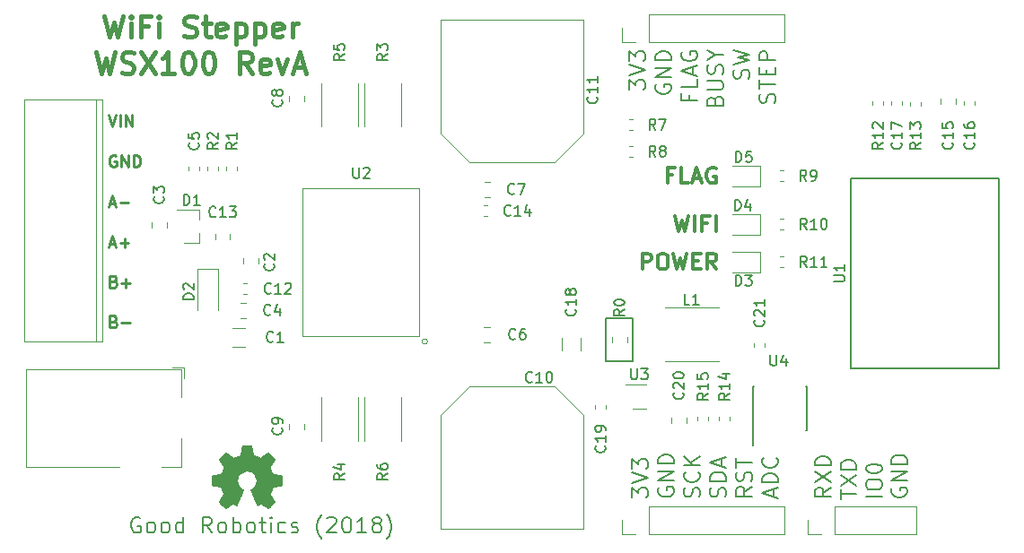
<source format=gbr>
G04 #@! TF.GenerationSoftware,KiCad,Pcbnew,5.0.0-fee4fd1~65~ubuntu16.04.1*
G04 #@! TF.CreationDate,2018-07-29T13:14:09-07:00*
G04 #@! TF.ProjectId,wifistepper,77696669737465707065722E6B696361,rev?*
G04 #@! TF.SameCoordinates,Original*
G04 #@! TF.FileFunction,Legend,Top*
G04 #@! TF.FilePolarity,Positive*
%FSLAX46Y46*%
G04 Gerber Fmt 4.6, Leading zero omitted, Abs format (unit mm)*
G04 Created by KiCad (PCBNEW 5.0.0-fee4fd1~65~ubuntu16.04.1) date Sun Jul 29 13:14:09 2018*
%MOMM*%
%LPD*%
G01*
G04 APERTURE LIST*
%ADD10C,0.200000*%
%ADD11C,0.350000*%
%ADD12C,0.400000*%
%ADD13C,0.250000*%
%ADD14C,0.150000*%
%ADD15C,0.120000*%
%ADD16C,0.050000*%
%ADD17C,0.100000*%
%ADD18C,0.010000*%
G04 APERTURE END LIST*
D10*
X86360000Y-100838000D02*
X86360000Y-96774000D01*
X88900000Y-100838000D02*
X86360000Y-100838000D01*
X88900000Y-96774000D02*
X88900000Y-100838000D01*
X86360000Y-96774000D02*
X88900000Y-96774000D01*
X42383714Y-115582000D02*
X42240857Y-115510571D01*
X42026571Y-115510571D01*
X41812285Y-115582000D01*
X41669428Y-115724857D01*
X41598000Y-115867714D01*
X41526571Y-116153428D01*
X41526571Y-116367714D01*
X41598000Y-116653428D01*
X41669428Y-116796285D01*
X41812285Y-116939142D01*
X42026571Y-117010571D01*
X42169428Y-117010571D01*
X42383714Y-116939142D01*
X42455142Y-116867714D01*
X42455142Y-116367714D01*
X42169428Y-116367714D01*
X43312285Y-117010571D02*
X43169428Y-116939142D01*
X43098000Y-116867714D01*
X43026571Y-116724857D01*
X43026571Y-116296285D01*
X43098000Y-116153428D01*
X43169428Y-116082000D01*
X43312285Y-116010571D01*
X43526571Y-116010571D01*
X43669428Y-116082000D01*
X43740857Y-116153428D01*
X43812285Y-116296285D01*
X43812285Y-116724857D01*
X43740857Y-116867714D01*
X43669428Y-116939142D01*
X43526571Y-117010571D01*
X43312285Y-117010571D01*
X44669428Y-117010571D02*
X44526571Y-116939142D01*
X44455142Y-116867714D01*
X44383714Y-116724857D01*
X44383714Y-116296285D01*
X44455142Y-116153428D01*
X44526571Y-116082000D01*
X44669428Y-116010571D01*
X44883714Y-116010571D01*
X45026571Y-116082000D01*
X45098000Y-116153428D01*
X45169428Y-116296285D01*
X45169428Y-116724857D01*
X45098000Y-116867714D01*
X45026571Y-116939142D01*
X44883714Y-117010571D01*
X44669428Y-117010571D01*
X46455142Y-117010571D02*
X46455142Y-115510571D01*
X46455142Y-116939142D02*
X46312285Y-117010571D01*
X46026571Y-117010571D01*
X45883714Y-116939142D01*
X45812285Y-116867714D01*
X45740857Y-116724857D01*
X45740857Y-116296285D01*
X45812285Y-116153428D01*
X45883714Y-116082000D01*
X46026571Y-116010571D01*
X46312285Y-116010571D01*
X46455142Y-116082000D01*
X49169428Y-117010571D02*
X48669428Y-116296285D01*
X48312285Y-117010571D02*
X48312285Y-115510571D01*
X48883714Y-115510571D01*
X49026571Y-115582000D01*
X49098000Y-115653428D01*
X49169428Y-115796285D01*
X49169428Y-116010571D01*
X49098000Y-116153428D01*
X49026571Y-116224857D01*
X48883714Y-116296285D01*
X48312285Y-116296285D01*
X50026571Y-117010571D02*
X49883714Y-116939142D01*
X49812285Y-116867714D01*
X49740857Y-116724857D01*
X49740857Y-116296285D01*
X49812285Y-116153428D01*
X49883714Y-116082000D01*
X50026571Y-116010571D01*
X50240857Y-116010571D01*
X50383714Y-116082000D01*
X50455142Y-116153428D01*
X50526571Y-116296285D01*
X50526571Y-116724857D01*
X50455142Y-116867714D01*
X50383714Y-116939142D01*
X50240857Y-117010571D01*
X50026571Y-117010571D01*
X51169428Y-117010571D02*
X51169428Y-115510571D01*
X51169428Y-116082000D02*
X51312285Y-116010571D01*
X51598000Y-116010571D01*
X51740857Y-116082000D01*
X51812285Y-116153428D01*
X51883714Y-116296285D01*
X51883714Y-116724857D01*
X51812285Y-116867714D01*
X51740857Y-116939142D01*
X51598000Y-117010571D01*
X51312285Y-117010571D01*
X51169428Y-116939142D01*
X52740857Y-117010571D02*
X52598000Y-116939142D01*
X52526571Y-116867714D01*
X52455142Y-116724857D01*
X52455142Y-116296285D01*
X52526571Y-116153428D01*
X52598000Y-116082000D01*
X52740857Y-116010571D01*
X52955142Y-116010571D01*
X53098000Y-116082000D01*
X53169428Y-116153428D01*
X53240857Y-116296285D01*
X53240857Y-116724857D01*
X53169428Y-116867714D01*
X53098000Y-116939142D01*
X52955142Y-117010571D01*
X52740857Y-117010571D01*
X53669428Y-116010571D02*
X54240857Y-116010571D01*
X53883714Y-115510571D02*
X53883714Y-116796285D01*
X53955142Y-116939142D01*
X54098000Y-117010571D01*
X54240857Y-117010571D01*
X54740857Y-117010571D02*
X54740857Y-116010571D01*
X54740857Y-115510571D02*
X54669428Y-115582000D01*
X54740857Y-115653428D01*
X54812285Y-115582000D01*
X54740857Y-115510571D01*
X54740857Y-115653428D01*
X56098000Y-116939142D02*
X55955142Y-117010571D01*
X55669428Y-117010571D01*
X55526571Y-116939142D01*
X55455142Y-116867714D01*
X55383714Y-116724857D01*
X55383714Y-116296285D01*
X55455142Y-116153428D01*
X55526571Y-116082000D01*
X55669428Y-116010571D01*
X55955142Y-116010571D01*
X56098000Y-116082000D01*
X56669428Y-116939142D02*
X56812285Y-117010571D01*
X57098000Y-117010571D01*
X57240857Y-116939142D01*
X57312285Y-116796285D01*
X57312285Y-116724857D01*
X57240857Y-116582000D01*
X57098000Y-116510571D01*
X56883714Y-116510571D01*
X56740857Y-116439142D01*
X56669428Y-116296285D01*
X56669428Y-116224857D01*
X56740857Y-116082000D01*
X56883714Y-116010571D01*
X57098000Y-116010571D01*
X57240857Y-116082000D01*
X59526571Y-117582000D02*
X59455142Y-117510571D01*
X59312285Y-117296285D01*
X59240857Y-117153428D01*
X59169428Y-116939142D01*
X59098000Y-116582000D01*
X59098000Y-116296285D01*
X59169428Y-115939142D01*
X59240857Y-115724857D01*
X59312285Y-115582000D01*
X59455142Y-115367714D01*
X59526571Y-115296285D01*
X60026571Y-115653428D02*
X60098000Y-115582000D01*
X60240857Y-115510571D01*
X60598000Y-115510571D01*
X60740857Y-115582000D01*
X60812285Y-115653428D01*
X60883714Y-115796285D01*
X60883714Y-115939142D01*
X60812285Y-116153428D01*
X59955142Y-117010571D01*
X60883714Y-117010571D01*
X61812285Y-115510571D02*
X61955142Y-115510571D01*
X62098000Y-115582000D01*
X62169428Y-115653428D01*
X62240857Y-115796285D01*
X62312285Y-116082000D01*
X62312285Y-116439142D01*
X62240857Y-116724857D01*
X62169428Y-116867714D01*
X62098000Y-116939142D01*
X61955142Y-117010571D01*
X61812285Y-117010571D01*
X61669428Y-116939142D01*
X61598000Y-116867714D01*
X61526571Y-116724857D01*
X61455142Y-116439142D01*
X61455142Y-116082000D01*
X61526571Y-115796285D01*
X61598000Y-115653428D01*
X61669428Y-115582000D01*
X61812285Y-115510571D01*
X63740857Y-117010571D02*
X62883714Y-117010571D01*
X63312285Y-117010571D02*
X63312285Y-115510571D01*
X63169428Y-115724857D01*
X63026571Y-115867714D01*
X62883714Y-115939142D01*
X64598000Y-116153428D02*
X64455142Y-116082000D01*
X64383714Y-116010571D01*
X64312285Y-115867714D01*
X64312285Y-115796285D01*
X64383714Y-115653428D01*
X64455142Y-115582000D01*
X64598000Y-115510571D01*
X64883714Y-115510571D01*
X65026571Y-115582000D01*
X65098000Y-115653428D01*
X65169428Y-115796285D01*
X65169428Y-115867714D01*
X65098000Y-116010571D01*
X65026571Y-116082000D01*
X64883714Y-116153428D01*
X64598000Y-116153428D01*
X64455142Y-116224857D01*
X64383714Y-116296285D01*
X64312285Y-116439142D01*
X64312285Y-116724857D01*
X64383714Y-116867714D01*
X64455142Y-116939142D01*
X64598000Y-117010571D01*
X64883714Y-117010571D01*
X65026571Y-116939142D01*
X65098000Y-116867714D01*
X65169428Y-116724857D01*
X65169428Y-116439142D01*
X65098000Y-116296285D01*
X65026571Y-116224857D01*
X64883714Y-116153428D01*
X65669428Y-117582000D02*
X65740857Y-117510571D01*
X65883714Y-117296285D01*
X65955142Y-117153428D01*
X66026571Y-116939142D01*
X66098000Y-116582000D01*
X66098000Y-116296285D01*
X66026571Y-115939142D01*
X65955142Y-115724857D01*
X65883714Y-115582000D01*
X65740857Y-115367714D01*
X65669428Y-115296285D01*
D11*
X89768785Y-92118571D02*
X89768785Y-90618571D01*
X90340214Y-90618571D01*
X90483071Y-90690000D01*
X90554500Y-90761428D01*
X90625928Y-90904285D01*
X90625928Y-91118571D01*
X90554500Y-91261428D01*
X90483071Y-91332857D01*
X90340214Y-91404285D01*
X89768785Y-91404285D01*
X91554500Y-90618571D02*
X91840214Y-90618571D01*
X91983071Y-90690000D01*
X92125928Y-90832857D01*
X92197357Y-91118571D01*
X92197357Y-91618571D01*
X92125928Y-91904285D01*
X91983071Y-92047142D01*
X91840214Y-92118571D01*
X91554500Y-92118571D01*
X91411642Y-92047142D01*
X91268785Y-91904285D01*
X91197357Y-91618571D01*
X91197357Y-91118571D01*
X91268785Y-90832857D01*
X91411642Y-90690000D01*
X91554500Y-90618571D01*
X92697357Y-90618571D02*
X93054500Y-92118571D01*
X93340214Y-91047142D01*
X93625928Y-92118571D01*
X93983071Y-90618571D01*
X94554500Y-91332857D02*
X95054500Y-91332857D01*
X95268785Y-92118571D02*
X94554500Y-92118571D01*
X94554500Y-90618571D01*
X95268785Y-90618571D01*
X96768785Y-92118571D02*
X96268785Y-91404285D01*
X95911642Y-92118571D02*
X95911642Y-90618571D01*
X96483071Y-90618571D01*
X96625928Y-90690000D01*
X96697357Y-90761428D01*
X96768785Y-90904285D01*
X96768785Y-91118571D01*
X96697357Y-91261428D01*
X96625928Y-91332857D01*
X96483071Y-91404285D01*
X95911642Y-91404285D01*
X92840214Y-87062571D02*
X93197357Y-88562571D01*
X93483071Y-87491142D01*
X93768785Y-88562571D01*
X94125928Y-87062571D01*
X94697357Y-88562571D02*
X94697357Y-87062571D01*
X95911642Y-87776857D02*
X95411642Y-87776857D01*
X95411642Y-88562571D02*
X95411642Y-87062571D01*
X96125928Y-87062571D01*
X96697357Y-88562571D02*
X96697357Y-87062571D01*
X92625928Y-83204857D02*
X92125928Y-83204857D01*
X92125928Y-83990571D02*
X92125928Y-82490571D01*
X92840214Y-82490571D01*
X94125928Y-83990571D02*
X93411642Y-83990571D01*
X93411642Y-82490571D01*
X94554500Y-83562000D02*
X95268785Y-83562000D01*
X94411642Y-83990571D02*
X94911642Y-82490571D01*
X95411642Y-83990571D01*
X96697357Y-82562000D02*
X96554500Y-82490571D01*
X96340214Y-82490571D01*
X96125928Y-82562000D01*
X95983071Y-82704857D01*
X95911642Y-82847714D01*
X95840214Y-83133428D01*
X95840214Y-83347714D01*
X95911642Y-83633428D01*
X95983071Y-83776285D01*
X96125928Y-83919142D01*
X96340214Y-83990571D01*
X96483071Y-83990571D01*
X96697357Y-83919142D01*
X96768785Y-83847714D01*
X96768785Y-83347714D01*
X96483071Y-83347714D01*
D12*
X39037761Y-68197761D02*
X39513952Y-70197761D01*
X39894904Y-68769190D01*
X40275857Y-70197761D01*
X40752047Y-68197761D01*
X41513952Y-70197761D02*
X41513952Y-68864428D01*
X41513952Y-68197761D02*
X41418714Y-68293000D01*
X41513952Y-68388238D01*
X41609190Y-68293000D01*
X41513952Y-68197761D01*
X41513952Y-68388238D01*
X43133000Y-69150142D02*
X42466333Y-69150142D01*
X42466333Y-70197761D02*
X42466333Y-68197761D01*
X43418714Y-68197761D01*
X44180619Y-70197761D02*
X44180619Y-68864428D01*
X44180619Y-68197761D02*
X44085380Y-68293000D01*
X44180619Y-68388238D01*
X44275857Y-68293000D01*
X44180619Y-68197761D01*
X44180619Y-68388238D01*
X46561571Y-70102523D02*
X46847285Y-70197761D01*
X47323476Y-70197761D01*
X47513952Y-70102523D01*
X47609190Y-70007285D01*
X47704428Y-69816809D01*
X47704428Y-69626333D01*
X47609190Y-69435857D01*
X47513952Y-69340619D01*
X47323476Y-69245380D01*
X46942523Y-69150142D01*
X46752047Y-69054904D01*
X46656809Y-68959666D01*
X46561571Y-68769190D01*
X46561571Y-68578714D01*
X46656809Y-68388238D01*
X46752047Y-68293000D01*
X46942523Y-68197761D01*
X47418714Y-68197761D01*
X47704428Y-68293000D01*
X48275857Y-68864428D02*
X49037761Y-68864428D01*
X48561571Y-68197761D02*
X48561571Y-69912047D01*
X48656809Y-70102523D01*
X48847285Y-70197761D01*
X49037761Y-70197761D01*
X50466333Y-70102523D02*
X50275857Y-70197761D01*
X49894904Y-70197761D01*
X49704428Y-70102523D01*
X49609190Y-69912047D01*
X49609190Y-69150142D01*
X49704428Y-68959666D01*
X49894904Y-68864428D01*
X50275857Y-68864428D01*
X50466333Y-68959666D01*
X50561571Y-69150142D01*
X50561571Y-69340619D01*
X49609190Y-69531095D01*
X51418714Y-68864428D02*
X51418714Y-70864428D01*
X51418714Y-68959666D02*
X51609190Y-68864428D01*
X51990142Y-68864428D01*
X52180619Y-68959666D01*
X52275857Y-69054904D01*
X52371095Y-69245380D01*
X52371095Y-69816809D01*
X52275857Y-70007285D01*
X52180619Y-70102523D01*
X51990142Y-70197761D01*
X51609190Y-70197761D01*
X51418714Y-70102523D01*
X53228238Y-68864428D02*
X53228238Y-70864428D01*
X53228238Y-68959666D02*
X53418714Y-68864428D01*
X53799666Y-68864428D01*
X53990142Y-68959666D01*
X54085380Y-69054904D01*
X54180619Y-69245380D01*
X54180619Y-69816809D01*
X54085380Y-70007285D01*
X53990142Y-70102523D01*
X53799666Y-70197761D01*
X53418714Y-70197761D01*
X53228238Y-70102523D01*
X55799666Y-70102523D02*
X55609190Y-70197761D01*
X55228238Y-70197761D01*
X55037761Y-70102523D01*
X54942523Y-69912047D01*
X54942523Y-69150142D01*
X55037761Y-68959666D01*
X55228238Y-68864428D01*
X55609190Y-68864428D01*
X55799666Y-68959666D01*
X55894904Y-69150142D01*
X55894904Y-69340619D01*
X54942523Y-69531095D01*
X56752047Y-70197761D02*
X56752047Y-68864428D01*
X56752047Y-69245380D02*
X56847285Y-69054904D01*
X56942523Y-68959666D01*
X57133000Y-68864428D01*
X57323476Y-68864428D01*
X38275857Y-71597761D02*
X38752047Y-73597761D01*
X39133000Y-72169190D01*
X39513952Y-73597761D01*
X39990142Y-71597761D01*
X40656809Y-73502523D02*
X40942523Y-73597761D01*
X41418714Y-73597761D01*
X41609190Y-73502523D01*
X41704428Y-73407285D01*
X41799666Y-73216809D01*
X41799666Y-73026333D01*
X41704428Y-72835857D01*
X41609190Y-72740619D01*
X41418714Y-72645380D01*
X41037761Y-72550142D01*
X40847285Y-72454904D01*
X40752047Y-72359666D01*
X40656809Y-72169190D01*
X40656809Y-71978714D01*
X40752047Y-71788238D01*
X40847285Y-71693000D01*
X41037761Y-71597761D01*
X41513952Y-71597761D01*
X41799666Y-71693000D01*
X42466333Y-71597761D02*
X43799666Y-73597761D01*
X43799666Y-71597761D02*
X42466333Y-73597761D01*
X45609190Y-73597761D02*
X44466333Y-73597761D01*
X45037761Y-73597761D02*
X45037761Y-71597761D01*
X44847285Y-71883476D01*
X44656809Y-72073952D01*
X44466333Y-72169190D01*
X46847285Y-71597761D02*
X47037761Y-71597761D01*
X47228238Y-71693000D01*
X47323476Y-71788238D01*
X47418714Y-71978714D01*
X47513952Y-72359666D01*
X47513952Y-72835857D01*
X47418714Y-73216809D01*
X47323476Y-73407285D01*
X47228238Y-73502523D01*
X47037761Y-73597761D01*
X46847285Y-73597761D01*
X46656809Y-73502523D01*
X46561571Y-73407285D01*
X46466333Y-73216809D01*
X46371095Y-72835857D01*
X46371095Y-72359666D01*
X46466333Y-71978714D01*
X46561571Y-71788238D01*
X46656809Y-71693000D01*
X46847285Y-71597761D01*
X48752047Y-71597761D02*
X48942523Y-71597761D01*
X49133000Y-71693000D01*
X49228238Y-71788238D01*
X49323476Y-71978714D01*
X49418714Y-72359666D01*
X49418714Y-72835857D01*
X49323476Y-73216809D01*
X49228238Y-73407285D01*
X49133000Y-73502523D01*
X48942523Y-73597761D01*
X48752047Y-73597761D01*
X48561571Y-73502523D01*
X48466333Y-73407285D01*
X48371095Y-73216809D01*
X48275857Y-72835857D01*
X48275857Y-72359666D01*
X48371095Y-71978714D01*
X48466333Y-71788238D01*
X48561571Y-71693000D01*
X48752047Y-71597761D01*
X52942523Y-73597761D02*
X52275857Y-72645380D01*
X51799666Y-73597761D02*
X51799666Y-71597761D01*
X52561571Y-71597761D01*
X52752047Y-71693000D01*
X52847285Y-71788238D01*
X52942523Y-71978714D01*
X52942523Y-72264428D01*
X52847285Y-72454904D01*
X52752047Y-72550142D01*
X52561571Y-72645380D01*
X51799666Y-72645380D01*
X54561571Y-73502523D02*
X54371095Y-73597761D01*
X53990142Y-73597761D01*
X53799666Y-73502523D01*
X53704428Y-73312047D01*
X53704428Y-72550142D01*
X53799666Y-72359666D01*
X53990142Y-72264428D01*
X54371095Y-72264428D01*
X54561571Y-72359666D01*
X54656809Y-72550142D01*
X54656809Y-72740619D01*
X53704428Y-72931095D01*
X55323476Y-72264428D02*
X55799666Y-73597761D01*
X56275857Y-72264428D01*
X56942523Y-73026333D02*
X57894904Y-73026333D01*
X56752047Y-73597761D02*
X57418714Y-71597761D01*
X58085380Y-73597761D01*
D13*
X39383261Y-77527619D02*
X39749928Y-78627619D01*
X40116595Y-77527619D01*
X40483261Y-78627619D02*
X40483261Y-77527619D01*
X41007071Y-78627619D02*
X41007071Y-77527619D01*
X41635642Y-78627619D01*
X41635642Y-77527619D01*
X40116595Y-81380000D02*
X40011833Y-81327619D01*
X39854690Y-81327619D01*
X39697547Y-81380000D01*
X39592785Y-81484761D01*
X39540404Y-81589523D01*
X39488023Y-81799047D01*
X39488023Y-81956190D01*
X39540404Y-82165714D01*
X39592785Y-82270476D01*
X39697547Y-82375238D01*
X39854690Y-82427619D01*
X39959452Y-82427619D01*
X40116595Y-82375238D01*
X40168976Y-82322857D01*
X40168976Y-81956190D01*
X39959452Y-81956190D01*
X40640404Y-82427619D02*
X40640404Y-81327619D01*
X41268976Y-82427619D01*
X41268976Y-81327619D01*
X41792785Y-82427619D02*
X41792785Y-81327619D01*
X42054690Y-81327619D01*
X42211833Y-81380000D01*
X42316595Y-81484761D01*
X42368976Y-81589523D01*
X42421357Y-81799047D01*
X42421357Y-81956190D01*
X42368976Y-82165714D01*
X42316595Y-82270476D01*
X42211833Y-82375238D01*
X42054690Y-82427619D01*
X41792785Y-82427619D01*
X39488023Y-85913333D02*
X40011833Y-85913333D01*
X39383261Y-86227619D02*
X39749928Y-85127619D01*
X40116595Y-86227619D01*
X40483261Y-85808571D02*
X41321357Y-85808571D01*
X39488023Y-89713333D02*
X40011833Y-89713333D01*
X39383261Y-90027619D02*
X39749928Y-88927619D01*
X40116595Y-90027619D01*
X40483261Y-89608571D02*
X41321357Y-89608571D01*
X40902309Y-90027619D02*
X40902309Y-89189523D01*
X39907071Y-93251428D02*
X40064214Y-93303809D01*
X40116595Y-93356190D01*
X40168976Y-93460952D01*
X40168976Y-93618095D01*
X40116595Y-93722857D01*
X40064214Y-93775238D01*
X39959452Y-93827619D01*
X39540404Y-93827619D01*
X39540404Y-92727619D01*
X39907071Y-92727619D01*
X40011833Y-92780000D01*
X40064214Y-92832380D01*
X40116595Y-92937142D01*
X40116595Y-93041904D01*
X40064214Y-93146666D01*
X40011833Y-93199047D01*
X39907071Y-93251428D01*
X39540404Y-93251428D01*
X40640404Y-93408571D02*
X41478500Y-93408571D01*
X41059452Y-93827619D02*
X41059452Y-92989523D01*
X39907071Y-97051428D02*
X40064214Y-97103809D01*
X40116595Y-97156190D01*
X40168976Y-97260952D01*
X40168976Y-97418095D01*
X40116595Y-97522857D01*
X40064214Y-97575238D01*
X39959452Y-97627619D01*
X39540404Y-97627619D01*
X39540404Y-96527619D01*
X39907071Y-96527619D01*
X40011833Y-96580000D01*
X40064214Y-96632380D01*
X40116595Y-96737142D01*
X40116595Y-96841904D01*
X40064214Y-96946666D01*
X40011833Y-96999047D01*
X39907071Y-97051428D01*
X39540404Y-97051428D01*
X40640404Y-97208571D02*
X41478500Y-97208571D01*
D14*
X107568571Y-112734214D02*
X106854285Y-113234214D01*
X107568571Y-113591357D02*
X106068571Y-113591357D01*
X106068571Y-113019928D01*
X106140000Y-112877071D01*
X106211428Y-112805642D01*
X106354285Y-112734214D01*
X106568571Y-112734214D01*
X106711428Y-112805642D01*
X106782857Y-112877071D01*
X106854285Y-113019928D01*
X106854285Y-113591357D01*
X106068571Y-112234214D02*
X107568571Y-111234214D01*
X106068571Y-111234214D02*
X107568571Y-112234214D01*
X107568571Y-110662785D02*
X106068571Y-110662785D01*
X106068571Y-110305642D01*
X106140000Y-110091357D01*
X106282857Y-109948500D01*
X106425714Y-109877071D01*
X106711428Y-109805642D01*
X106925714Y-109805642D01*
X107211428Y-109877071D01*
X107354285Y-109948500D01*
X107497142Y-110091357D01*
X107568571Y-110305642D01*
X107568571Y-110662785D01*
X108468571Y-113805642D02*
X108468571Y-112948500D01*
X109968571Y-113377071D02*
X108468571Y-113377071D01*
X108468571Y-112591357D02*
X109968571Y-111591357D01*
X108468571Y-111591357D02*
X109968571Y-112591357D01*
X109968571Y-111019928D02*
X108468571Y-111019928D01*
X108468571Y-110662785D01*
X108540000Y-110448500D01*
X108682857Y-110305642D01*
X108825714Y-110234214D01*
X109111428Y-110162785D01*
X109325714Y-110162785D01*
X109611428Y-110234214D01*
X109754285Y-110305642D01*
X109897142Y-110448500D01*
X109968571Y-110662785D01*
X109968571Y-111019928D01*
X112368571Y-113591357D02*
X110868571Y-113591357D01*
X110868571Y-112591357D02*
X110868571Y-112305642D01*
X110940000Y-112162785D01*
X111082857Y-112019928D01*
X111368571Y-111948500D01*
X111868571Y-111948500D01*
X112154285Y-112019928D01*
X112297142Y-112162785D01*
X112368571Y-112305642D01*
X112368571Y-112591357D01*
X112297142Y-112734214D01*
X112154285Y-112877071D01*
X111868571Y-112948500D01*
X111368571Y-112948500D01*
X111082857Y-112877071D01*
X110940000Y-112734214D01*
X110868571Y-112591357D01*
X110868571Y-111019928D02*
X110868571Y-110877071D01*
X110940000Y-110734214D01*
X111011428Y-110662785D01*
X111154285Y-110591357D01*
X111440000Y-110519928D01*
X111797142Y-110519928D01*
X112082857Y-110591357D01*
X112225714Y-110662785D01*
X112297142Y-110734214D01*
X112368571Y-110877071D01*
X112368571Y-111019928D01*
X112297142Y-111162785D01*
X112225714Y-111234214D01*
X112082857Y-111305642D01*
X111797142Y-111377071D01*
X111440000Y-111377071D01*
X111154285Y-111305642D01*
X111011428Y-111234214D01*
X110940000Y-111162785D01*
X110868571Y-111019928D01*
X113340000Y-112805642D02*
X113268571Y-112948500D01*
X113268571Y-113162785D01*
X113340000Y-113377071D01*
X113482857Y-113519928D01*
X113625714Y-113591357D01*
X113911428Y-113662785D01*
X114125714Y-113662785D01*
X114411428Y-113591357D01*
X114554285Y-113519928D01*
X114697142Y-113377071D01*
X114768571Y-113162785D01*
X114768571Y-113019928D01*
X114697142Y-112805642D01*
X114625714Y-112734214D01*
X114125714Y-112734214D01*
X114125714Y-113019928D01*
X114768571Y-112091357D02*
X113268571Y-112091357D01*
X114768571Y-111234214D01*
X113268571Y-111234214D01*
X114768571Y-110519928D02*
X113268571Y-110519928D01*
X113268571Y-110162785D01*
X113340000Y-109948500D01*
X113482857Y-109805642D01*
X113625714Y-109734214D01*
X113911428Y-109662785D01*
X114125714Y-109662785D01*
X114411428Y-109734214D01*
X114554285Y-109805642D01*
X114697142Y-109948500D01*
X114768571Y-110162785D01*
X114768571Y-110519928D01*
D10*
X88557571Y-75178571D02*
X88557571Y-74250000D01*
X89129000Y-74750000D01*
X89129000Y-74535714D01*
X89200428Y-74392857D01*
X89271857Y-74321428D01*
X89414714Y-74250000D01*
X89771857Y-74250000D01*
X89914714Y-74321428D01*
X89986142Y-74392857D01*
X90057571Y-74535714D01*
X90057571Y-74964285D01*
X89986142Y-75107142D01*
X89914714Y-75178571D01*
X88557571Y-73821428D02*
X90057571Y-73321428D01*
X88557571Y-72821428D01*
X88557571Y-72464285D02*
X88557571Y-71535714D01*
X89129000Y-72035714D01*
X89129000Y-71821428D01*
X89200428Y-71678571D01*
X89271857Y-71607142D01*
X89414714Y-71535714D01*
X89771857Y-71535714D01*
X89914714Y-71607142D01*
X89986142Y-71678571D01*
X90057571Y-71821428D01*
X90057571Y-72250000D01*
X89986142Y-72392857D01*
X89914714Y-72464285D01*
X91079000Y-74678571D02*
X91007571Y-74821428D01*
X91007571Y-75035714D01*
X91079000Y-75250000D01*
X91221857Y-75392857D01*
X91364714Y-75464285D01*
X91650428Y-75535714D01*
X91864714Y-75535714D01*
X92150428Y-75464285D01*
X92293285Y-75392857D01*
X92436142Y-75250000D01*
X92507571Y-75035714D01*
X92507571Y-74892857D01*
X92436142Y-74678571D01*
X92364714Y-74607142D01*
X91864714Y-74607142D01*
X91864714Y-74892857D01*
X92507571Y-73964285D02*
X91007571Y-73964285D01*
X92507571Y-73107142D01*
X91007571Y-73107142D01*
X92507571Y-72392857D02*
X91007571Y-72392857D01*
X91007571Y-72035714D01*
X91079000Y-71821428D01*
X91221857Y-71678571D01*
X91364714Y-71607142D01*
X91650428Y-71535714D01*
X91864714Y-71535714D01*
X92150428Y-71607142D01*
X92293285Y-71678571D01*
X92436142Y-71821428D01*
X92507571Y-72035714D01*
X92507571Y-72392857D01*
X94171857Y-75678571D02*
X94171857Y-76178571D01*
X94957571Y-76178571D02*
X93457571Y-76178571D01*
X93457571Y-75464285D01*
X94957571Y-74178571D02*
X94957571Y-74892857D01*
X93457571Y-74892857D01*
X94529000Y-73750000D02*
X94529000Y-73035714D01*
X94957571Y-73892857D02*
X93457571Y-73392857D01*
X94957571Y-72892857D01*
X93529000Y-71607142D02*
X93457571Y-71750000D01*
X93457571Y-71964285D01*
X93529000Y-72178571D01*
X93671857Y-72321428D01*
X93814714Y-72392857D01*
X94100428Y-72464285D01*
X94314714Y-72464285D01*
X94600428Y-72392857D01*
X94743285Y-72321428D01*
X94886142Y-72178571D01*
X94957571Y-71964285D01*
X94957571Y-71821428D01*
X94886142Y-71607142D01*
X94814714Y-71535714D01*
X94314714Y-71535714D01*
X94314714Y-71821428D01*
X96621857Y-76178571D02*
X96693285Y-75964285D01*
X96764714Y-75892857D01*
X96907571Y-75821428D01*
X97121857Y-75821428D01*
X97264714Y-75892857D01*
X97336142Y-75964285D01*
X97407571Y-76107142D01*
X97407571Y-76678571D01*
X95907571Y-76678571D01*
X95907571Y-76178571D01*
X95979000Y-76035714D01*
X96050428Y-75964285D01*
X96193285Y-75892857D01*
X96336142Y-75892857D01*
X96479000Y-75964285D01*
X96550428Y-76035714D01*
X96621857Y-76178571D01*
X96621857Y-76678571D01*
X95907571Y-75178571D02*
X97121857Y-75178571D01*
X97264714Y-75107142D01*
X97336142Y-75035714D01*
X97407571Y-74892857D01*
X97407571Y-74607142D01*
X97336142Y-74464285D01*
X97264714Y-74392857D01*
X97121857Y-74321428D01*
X95907571Y-74321428D01*
X97336142Y-73678571D02*
X97407571Y-73464285D01*
X97407571Y-73107142D01*
X97336142Y-72964285D01*
X97264714Y-72892857D01*
X97121857Y-72821428D01*
X96979000Y-72821428D01*
X96836142Y-72892857D01*
X96764714Y-72964285D01*
X96693285Y-73107142D01*
X96621857Y-73392857D01*
X96550428Y-73535714D01*
X96479000Y-73607142D01*
X96336142Y-73678571D01*
X96193285Y-73678571D01*
X96050428Y-73607142D01*
X95979000Y-73535714D01*
X95907571Y-73392857D01*
X95907571Y-73035714D01*
X95979000Y-72821428D01*
X96693285Y-71892857D02*
X97407571Y-71892857D01*
X95907571Y-72392857D02*
X96693285Y-71892857D01*
X95907571Y-71392857D01*
X99786142Y-74107142D02*
X99857571Y-73892857D01*
X99857571Y-73535714D01*
X99786142Y-73392857D01*
X99714714Y-73321428D01*
X99571857Y-73250000D01*
X99429000Y-73250000D01*
X99286142Y-73321428D01*
X99214714Y-73392857D01*
X99143285Y-73535714D01*
X99071857Y-73821428D01*
X99000428Y-73964285D01*
X98929000Y-74035714D01*
X98786142Y-74107142D01*
X98643285Y-74107142D01*
X98500428Y-74035714D01*
X98429000Y-73964285D01*
X98357571Y-73821428D01*
X98357571Y-73464285D01*
X98429000Y-73250000D01*
X98357571Y-72750000D02*
X99857571Y-72392857D01*
X98786142Y-72107142D01*
X99857571Y-71821428D01*
X98357571Y-71464285D01*
X102236142Y-76392857D02*
X102307571Y-76178571D01*
X102307571Y-75821428D01*
X102236142Y-75678571D01*
X102164714Y-75607142D01*
X102021857Y-75535714D01*
X101879000Y-75535714D01*
X101736142Y-75607142D01*
X101664714Y-75678571D01*
X101593285Y-75821428D01*
X101521857Y-76107142D01*
X101450428Y-76250000D01*
X101379000Y-76321428D01*
X101236142Y-76392857D01*
X101093285Y-76392857D01*
X100950428Y-76321428D01*
X100879000Y-76250000D01*
X100807571Y-76107142D01*
X100807571Y-75750000D01*
X100879000Y-75535714D01*
X100807571Y-75107142D02*
X100807571Y-74250000D01*
X102307571Y-74678571D02*
X100807571Y-74678571D01*
X101521857Y-73750000D02*
X101521857Y-73250000D01*
X102307571Y-73035714D02*
X102307571Y-73750000D01*
X100807571Y-73750000D01*
X100807571Y-73035714D01*
X102307571Y-72392857D02*
X100807571Y-72392857D01*
X100807571Y-71821428D01*
X100879000Y-71678571D01*
X100950428Y-71607142D01*
X101093285Y-71535714D01*
X101307571Y-71535714D01*
X101450428Y-71607142D01*
X101521857Y-71678571D01*
X101593285Y-71821428D01*
X101593285Y-72392857D01*
X88811571Y-113701714D02*
X88811571Y-112773142D01*
X89383000Y-113273142D01*
X89383000Y-113058857D01*
X89454428Y-112916000D01*
X89525857Y-112844571D01*
X89668714Y-112773142D01*
X90025857Y-112773142D01*
X90168714Y-112844571D01*
X90240142Y-112916000D01*
X90311571Y-113058857D01*
X90311571Y-113487428D01*
X90240142Y-113630285D01*
X90168714Y-113701714D01*
X88811571Y-112344571D02*
X90311571Y-111844571D01*
X88811571Y-111344571D01*
X88811571Y-110987428D02*
X88811571Y-110058857D01*
X89383000Y-110558857D01*
X89383000Y-110344571D01*
X89454428Y-110201714D01*
X89525857Y-110130285D01*
X89668714Y-110058857D01*
X90025857Y-110058857D01*
X90168714Y-110130285D01*
X90240142Y-110201714D01*
X90311571Y-110344571D01*
X90311571Y-110773142D01*
X90240142Y-110916000D01*
X90168714Y-110987428D01*
X91333000Y-112773142D02*
X91261571Y-112916000D01*
X91261571Y-113130285D01*
X91333000Y-113344571D01*
X91475857Y-113487428D01*
X91618714Y-113558857D01*
X91904428Y-113630285D01*
X92118714Y-113630285D01*
X92404428Y-113558857D01*
X92547285Y-113487428D01*
X92690142Y-113344571D01*
X92761571Y-113130285D01*
X92761571Y-112987428D01*
X92690142Y-112773142D01*
X92618714Y-112701714D01*
X92118714Y-112701714D01*
X92118714Y-112987428D01*
X92761571Y-112058857D02*
X91261571Y-112058857D01*
X92761571Y-111201714D01*
X91261571Y-111201714D01*
X92761571Y-110487428D02*
X91261571Y-110487428D01*
X91261571Y-110130285D01*
X91333000Y-109916000D01*
X91475857Y-109773142D01*
X91618714Y-109701714D01*
X91904428Y-109630285D01*
X92118714Y-109630285D01*
X92404428Y-109701714D01*
X92547285Y-109773142D01*
X92690142Y-109916000D01*
X92761571Y-110130285D01*
X92761571Y-110487428D01*
X95140142Y-113630285D02*
X95211571Y-113416000D01*
X95211571Y-113058857D01*
X95140142Y-112916000D01*
X95068714Y-112844571D01*
X94925857Y-112773142D01*
X94783000Y-112773142D01*
X94640142Y-112844571D01*
X94568714Y-112916000D01*
X94497285Y-113058857D01*
X94425857Y-113344571D01*
X94354428Y-113487428D01*
X94283000Y-113558857D01*
X94140142Y-113630285D01*
X93997285Y-113630285D01*
X93854428Y-113558857D01*
X93783000Y-113487428D01*
X93711571Y-113344571D01*
X93711571Y-112987428D01*
X93783000Y-112773142D01*
X95068714Y-111273142D02*
X95140142Y-111344571D01*
X95211571Y-111558857D01*
X95211571Y-111701714D01*
X95140142Y-111916000D01*
X94997285Y-112058857D01*
X94854428Y-112130285D01*
X94568714Y-112201714D01*
X94354428Y-112201714D01*
X94068714Y-112130285D01*
X93925857Y-112058857D01*
X93783000Y-111916000D01*
X93711571Y-111701714D01*
X93711571Y-111558857D01*
X93783000Y-111344571D01*
X93854428Y-111273142D01*
X95211571Y-110630285D02*
X93711571Y-110630285D01*
X95211571Y-109773142D02*
X94354428Y-110416000D01*
X93711571Y-109773142D02*
X94568714Y-110630285D01*
X97590142Y-113630285D02*
X97661571Y-113416000D01*
X97661571Y-113058857D01*
X97590142Y-112916000D01*
X97518714Y-112844571D01*
X97375857Y-112773142D01*
X97233000Y-112773142D01*
X97090142Y-112844571D01*
X97018714Y-112916000D01*
X96947285Y-113058857D01*
X96875857Y-113344571D01*
X96804428Y-113487428D01*
X96733000Y-113558857D01*
X96590142Y-113630285D01*
X96447285Y-113630285D01*
X96304428Y-113558857D01*
X96233000Y-113487428D01*
X96161571Y-113344571D01*
X96161571Y-112987428D01*
X96233000Y-112773142D01*
X97661571Y-112130285D02*
X96161571Y-112130285D01*
X96161571Y-111773142D01*
X96233000Y-111558857D01*
X96375857Y-111416000D01*
X96518714Y-111344571D01*
X96804428Y-111273142D01*
X97018714Y-111273142D01*
X97304428Y-111344571D01*
X97447285Y-111416000D01*
X97590142Y-111558857D01*
X97661571Y-111773142D01*
X97661571Y-112130285D01*
X97233000Y-110701714D02*
X97233000Y-109987428D01*
X97661571Y-110844571D02*
X96161571Y-110344571D01*
X97661571Y-109844571D01*
X100111571Y-112701714D02*
X99397285Y-113201714D01*
X100111571Y-113558857D02*
X98611571Y-113558857D01*
X98611571Y-112987428D01*
X98683000Y-112844571D01*
X98754428Y-112773142D01*
X98897285Y-112701714D01*
X99111571Y-112701714D01*
X99254428Y-112773142D01*
X99325857Y-112844571D01*
X99397285Y-112987428D01*
X99397285Y-113558857D01*
X100040142Y-112130285D02*
X100111571Y-111916000D01*
X100111571Y-111558857D01*
X100040142Y-111416000D01*
X99968714Y-111344571D01*
X99825857Y-111273142D01*
X99683000Y-111273142D01*
X99540142Y-111344571D01*
X99468714Y-111416000D01*
X99397285Y-111558857D01*
X99325857Y-111844571D01*
X99254428Y-111987428D01*
X99183000Y-112058857D01*
X99040142Y-112130285D01*
X98897285Y-112130285D01*
X98754428Y-112058857D01*
X98683000Y-111987428D01*
X98611571Y-111844571D01*
X98611571Y-111487428D01*
X98683000Y-111273142D01*
X98611571Y-110844571D02*
X98611571Y-109987428D01*
X100111571Y-110416000D02*
X98611571Y-110416000D01*
X102133000Y-113630285D02*
X102133000Y-112916000D01*
X102561571Y-113773142D02*
X101061571Y-113273142D01*
X102561571Y-112773142D01*
X102561571Y-112273142D02*
X101061571Y-112273142D01*
X101061571Y-111916000D01*
X101133000Y-111701714D01*
X101275857Y-111558857D01*
X101418714Y-111487428D01*
X101704428Y-111416000D01*
X101918714Y-111416000D01*
X102204428Y-111487428D01*
X102347285Y-111558857D01*
X102490142Y-111701714D01*
X102561571Y-111916000D01*
X102561571Y-112273142D01*
X102418714Y-109916000D02*
X102490142Y-109987428D01*
X102561571Y-110201714D01*
X102561571Y-110344571D01*
X102490142Y-110558857D01*
X102347285Y-110701714D01*
X102204428Y-110773142D01*
X101918714Y-110844571D01*
X101704428Y-110844571D01*
X101418714Y-110773142D01*
X101275857Y-110701714D01*
X101133000Y-110558857D01*
X101061571Y-110344571D01*
X101061571Y-110201714D01*
X101133000Y-109987428D01*
X101204428Y-109916000D01*
D15*
G04 #@! TO.C,R10*
X102732721Y-88394000D02*
X103058279Y-88394000D01*
X102732721Y-87374000D02*
X103058279Y-87374000D01*
G04 #@! TO.C,C1*
X52288064Y-99462000D02*
X51083936Y-99462000D01*
X52288064Y-97642000D02*
X51083936Y-97642000D01*
G04 #@! TO.C,C2*
X53542000Y-91102922D02*
X53542000Y-91620078D01*
X52122000Y-91102922D02*
X52122000Y-91620078D01*
G04 #@! TO.C,C3*
X43486000Y-88221078D02*
X43486000Y-87703922D01*
X44906000Y-88221078D02*
X44906000Y-87703922D01*
G04 #@! TO.C,C4*
X52407078Y-96722000D02*
X51889922Y-96722000D01*
X52407078Y-95302000D02*
X51889922Y-95302000D01*
G04 #@! TO.C,C5*
X48008000Y-82738279D02*
X48008000Y-82412721D01*
X46988000Y-82738279D02*
X46988000Y-82412721D01*
G04 #@! TO.C,C6*
X74846922Y-97588000D02*
X75364078Y-97588000D01*
X74846922Y-99008000D02*
X75364078Y-99008000D01*
G04 #@! TO.C,C7*
X74876922Y-85292000D02*
X75394078Y-85292000D01*
X74876922Y-83872000D02*
X75394078Y-83872000D01*
G04 #@! TO.C,C8*
X56440000Y-76283078D02*
X56440000Y-75765922D01*
X57860000Y-76283078D02*
X57860000Y-75765922D01*
G04 #@! TO.C,C9*
X56440000Y-106753922D02*
X56440000Y-107271078D01*
X57860000Y-106753922D02*
X57860000Y-107271078D01*
D16*
G04 #@! TO.C,C10*
X84220000Y-116654000D02*
X70720000Y-116654000D01*
X70720000Y-116654000D02*
X70720000Y-105904000D01*
X73470000Y-103154000D02*
X81470000Y-103154000D01*
X84220000Y-105904000D02*
X84220000Y-116654000D01*
X84220000Y-105904000D02*
X81470000Y-103154000D01*
X73470000Y-103154000D02*
X70720000Y-105904000D01*
G04 #@! TO.C,C11*
X81470000Y-82012000D02*
X84220000Y-79262000D01*
X70720000Y-79262000D02*
X73470000Y-82012000D01*
X70720000Y-79262000D02*
X70720000Y-68512000D01*
X81470000Y-82012000D02*
X73470000Y-82012000D01*
X84220000Y-68512000D02*
X84220000Y-79262000D01*
X70720000Y-68512000D02*
X84220000Y-68512000D01*
D15*
G04 #@! TO.C,C12*
X52461279Y-94490000D02*
X52135721Y-94490000D01*
X52461279Y-93470000D02*
X52135721Y-93470000D01*
G04 #@! TO.C,C13*
X50875000Y-89287878D02*
X50875000Y-88770722D01*
X49455000Y-89287878D02*
X49455000Y-88770722D01*
G04 #@! TO.C,C14*
X74792721Y-86104000D02*
X75118279Y-86104000D01*
X74792721Y-87124000D02*
X75118279Y-87124000D01*
G04 #@! TO.C,C15*
X119328000Y-76537078D02*
X119328000Y-76019922D01*
X117908000Y-76537078D02*
X117908000Y-76019922D01*
G04 #@! TO.C,C16*
X120140000Y-76591279D02*
X120140000Y-76265721D01*
X121160000Y-76591279D02*
X121160000Y-76265721D01*
G04 #@! TO.C,C17*
X113282000Y-76616779D02*
X113282000Y-76291221D01*
X114302000Y-76616779D02*
X114302000Y-76291221D01*
G04 #@! TO.C,C18*
X82148000Y-98587936D02*
X82148000Y-99792064D01*
X83968000Y-98587936D02*
X83968000Y-99792064D01*
G04 #@! TO.C,C19*
X85342000Y-104967721D02*
X85342000Y-105293279D01*
X86362000Y-104967721D02*
X86362000Y-105293279D01*
G04 #@! TO.C,C20*
X92508000Y-106167422D02*
X92508000Y-106684578D01*
X93928000Y-106167422D02*
X93928000Y-106684578D01*
G04 #@! TO.C,C21*
X100328000Y-99125721D02*
X100328000Y-99451279D01*
X101348000Y-99125721D02*
X101348000Y-99451279D01*
G04 #@! TO.C,D1*
X47988000Y-89652000D02*
X47988000Y-88722000D01*
X47988000Y-86492000D02*
X47988000Y-87422000D01*
X47988000Y-86492000D02*
X45828000Y-86492000D01*
X47988000Y-89652000D02*
X46528000Y-89652000D01*
G04 #@! TO.C,D2*
X49768000Y-92110000D02*
X47768000Y-92110000D01*
X47768000Y-92110000D02*
X47768000Y-96010000D01*
X49768000Y-92110000D02*
X49768000Y-96010000D01*
G04 #@! TO.C,D3*
X98235500Y-92400000D02*
X100920500Y-92400000D01*
X100920500Y-92400000D02*
X100920500Y-90480000D01*
X100920500Y-90480000D02*
X98235500Y-90480000D01*
G04 #@! TO.C,D4*
X98235500Y-88844000D02*
X100920500Y-88844000D01*
X100920500Y-88844000D02*
X100920500Y-86924000D01*
X100920500Y-86924000D02*
X98235500Y-86924000D01*
G04 #@! TO.C,D5*
X100920500Y-82352000D02*
X98235500Y-82352000D01*
X100920500Y-84272000D02*
X100920500Y-82352000D01*
X98235500Y-84272000D02*
X100920500Y-84272000D01*
G04 #@! TO.C,J1*
X46500000Y-102450000D02*
X46500000Y-101400000D01*
X45450000Y-101400000D02*
X46500000Y-101400000D01*
X40400000Y-110800000D02*
X31600000Y-110800000D01*
X31600000Y-110800000D02*
X31600000Y-101600000D01*
X46300000Y-108100000D02*
X46300000Y-110800000D01*
X46300000Y-110800000D02*
X44400000Y-110800000D01*
X31600000Y-101600000D02*
X46300000Y-101600000D01*
X46300000Y-101600000D02*
X46300000Y-104200000D01*
D16*
G04 #@! TO.C,J2*
X31500000Y-98910000D02*
X38800000Y-98910000D01*
X38800000Y-98910000D02*
X38800000Y-76060000D01*
X38800000Y-76060000D02*
X31500000Y-76060000D01*
X31500000Y-76060000D02*
X31500000Y-98910000D01*
X38200000Y-98910000D02*
X38200000Y-76060000D01*
D15*
G04 #@! TO.C,J3*
X103184000Y-70672000D02*
X103184000Y-68012000D01*
X90424000Y-70672000D02*
X103184000Y-70672000D01*
X90424000Y-68012000D02*
X103184000Y-68012000D01*
X90424000Y-70672000D02*
X90424000Y-68012000D01*
X89154000Y-70672000D02*
X87824000Y-70672000D01*
X87824000Y-70672000D02*
X87824000Y-69342000D01*
G04 #@! TO.C,J4*
X87824000Y-117154000D02*
X87824000Y-115824000D01*
X89154000Y-117154000D02*
X87824000Y-117154000D01*
X90424000Y-117154000D02*
X90424000Y-114494000D01*
X90424000Y-114494000D02*
X103184000Y-114494000D01*
X90424000Y-117154000D02*
X103184000Y-117154000D01*
X103184000Y-117154000D02*
X103184000Y-114494000D01*
G04 #@! TO.C,J5*
X115630000Y-117154000D02*
X115630000Y-114494000D01*
X107950000Y-117154000D02*
X115630000Y-117154000D01*
X107950000Y-114494000D02*
X115630000Y-114494000D01*
X107950000Y-117154000D02*
X107950000Y-114494000D01*
X106680000Y-117154000D02*
X105350000Y-117154000D01*
X105350000Y-117154000D02*
X105350000Y-115824000D01*
G04 #@! TO.C,L1*
X97016000Y-100848000D02*
X91916000Y-100848000D01*
X97016000Y-95748000D02*
X91916000Y-95748000D01*
G04 #@! TO.C,R1*
X51564000Y-82412721D02*
X51564000Y-82738279D01*
X50544000Y-82412721D02*
X50544000Y-82738279D01*
G04 #@! TO.C,R2*
X48766000Y-82738279D02*
X48766000Y-82412721D01*
X49786000Y-82738279D02*
X49786000Y-82412721D01*
G04 #@! TO.C,R3*
X66988000Y-74549936D02*
X66988000Y-78654064D01*
X63568000Y-74549936D02*
X63568000Y-78654064D01*
G04 #@! TO.C,R4*
X62924000Y-108330064D02*
X62924000Y-104225936D01*
X59504000Y-108330064D02*
X59504000Y-104225936D01*
G04 #@! TO.C,R5*
X62924000Y-74549936D02*
X62924000Y-78654064D01*
X59504000Y-74549936D02*
X59504000Y-78654064D01*
G04 #@! TO.C,R6*
X66988000Y-108330064D02*
X66988000Y-104225936D01*
X63568000Y-108330064D02*
X63568000Y-104225936D01*
G04 #@! TO.C,R7*
X88834279Y-78996000D02*
X88508721Y-78996000D01*
X88834279Y-77976000D02*
X88508721Y-77976000D01*
G04 #@! TO.C,R8*
X88834279Y-80516000D02*
X88508721Y-80516000D01*
X88834279Y-81536000D02*
X88508721Y-81536000D01*
G04 #@! TO.C,R9*
X102732721Y-83822000D02*
X103058279Y-83822000D01*
X102732721Y-82802000D02*
X103058279Y-82802000D01*
G04 #@! TO.C,R11*
X102732721Y-90930000D02*
X103058279Y-90930000D01*
X102732721Y-91950000D02*
X103058279Y-91950000D01*
G04 #@! TO.C,R12*
X111504000Y-76591279D02*
X111504000Y-76265721D01*
X112524000Y-76591279D02*
X112524000Y-76265721D01*
G04 #@! TO.C,R13*
X116080000Y-76642279D02*
X116080000Y-76316721D01*
X115060000Y-76642279D02*
X115060000Y-76316721D01*
G04 #@! TO.C,R14*
X97026000Y-106059921D02*
X97026000Y-106385479D01*
X98046000Y-106059921D02*
X98046000Y-106385479D01*
G04 #@! TO.C,R15*
X96014000Y-106059921D02*
X96014000Y-106385479D01*
X94994000Y-106059921D02*
X94994000Y-106385479D01*
D14*
G04 #@! TO.C,U1*
X109400000Y-83500000D02*
X123400000Y-83500000D01*
X123400000Y-83500000D02*
X123400000Y-101500000D01*
X123400000Y-101500000D02*
X109400000Y-101500000D01*
X109400000Y-101500000D02*
X109400000Y-83500000D01*
D16*
G04 #@! TO.C,U2*
X68746000Y-98440000D02*
X57746000Y-98440000D01*
X57746000Y-98440000D02*
X57746000Y-84440000D01*
X57746000Y-84440000D02*
X68746000Y-84440000D01*
X68746000Y-84440000D02*
X68746000Y-98440000D01*
D17*
X69496000Y-98940000D02*
G75*
G03X69496000Y-98940000I-250000J0D01*
G01*
D15*
G04 #@! TO.C,U3*
X88824000Y-105294000D02*
X90124000Y-105294000D01*
X88224000Y-102994000D02*
X90124000Y-102994000D01*
D14*
G04 #@! TO.C,U4*
X100168000Y-107325000D02*
X100218000Y-107325000D01*
X100168000Y-103175000D02*
X100313000Y-103175000D01*
X105318000Y-103175000D02*
X105173000Y-103175000D01*
X105318000Y-107325000D02*
X105173000Y-107325000D01*
X100168000Y-107325000D02*
X100168000Y-103175000D01*
X105318000Y-107325000D02*
X105318000Y-103175000D01*
X100218000Y-107325000D02*
X100218000Y-108725000D01*
D15*
G04 #@! TO.C,R0*
X86920000Y-99058252D02*
X86920000Y-98535748D01*
X88340000Y-99058252D02*
X88340000Y-98535748D01*
D18*
G04 #@! TO.C,REF\002A\002A*
G36*
X53006814Y-109228931D02*
X53090635Y-109673555D01*
X53399920Y-109801053D01*
X53709206Y-109928551D01*
X54080246Y-109676246D01*
X54184157Y-109605996D01*
X54278087Y-109543272D01*
X54357652Y-109490938D01*
X54418470Y-109451857D01*
X54456157Y-109428893D01*
X54466421Y-109423942D01*
X54484910Y-109436676D01*
X54524420Y-109471882D01*
X54580522Y-109525062D01*
X54648787Y-109591718D01*
X54724786Y-109667354D01*
X54804092Y-109747472D01*
X54882275Y-109827574D01*
X54954907Y-109903164D01*
X55017559Y-109969745D01*
X55065803Y-110022818D01*
X55095210Y-110057887D01*
X55102241Y-110069623D01*
X55092123Y-110091260D01*
X55063759Y-110138662D01*
X55020129Y-110207193D01*
X54964218Y-110292215D01*
X54899006Y-110389093D01*
X54861219Y-110444350D01*
X54792343Y-110545248D01*
X54731140Y-110636299D01*
X54680578Y-110712970D01*
X54643628Y-110770728D01*
X54623258Y-110805043D01*
X54620197Y-110812254D01*
X54627136Y-110832748D01*
X54646051Y-110880513D01*
X54674087Y-110948832D01*
X54708391Y-111030989D01*
X54746109Y-111120270D01*
X54784387Y-111209958D01*
X54820370Y-111293338D01*
X54851206Y-111363694D01*
X54874039Y-111414310D01*
X54886017Y-111438471D01*
X54886724Y-111439422D01*
X54905531Y-111444036D01*
X54955618Y-111454328D01*
X55031793Y-111469287D01*
X55128865Y-111487901D01*
X55241643Y-111509159D01*
X55307442Y-111521418D01*
X55427950Y-111544362D01*
X55536797Y-111566195D01*
X55628476Y-111585722D01*
X55697481Y-111601748D01*
X55738304Y-111613079D01*
X55746511Y-111616674D01*
X55754548Y-111641006D01*
X55761033Y-111695959D01*
X55765970Y-111775108D01*
X55769364Y-111872026D01*
X55771218Y-111980287D01*
X55771538Y-112093465D01*
X55770327Y-112205135D01*
X55767590Y-112308868D01*
X55763331Y-112398241D01*
X55757555Y-112466826D01*
X55750267Y-112508197D01*
X55745895Y-112516810D01*
X55719764Y-112527133D01*
X55664393Y-112541892D01*
X55587107Y-112559352D01*
X55495230Y-112577780D01*
X55463158Y-112583741D01*
X55308524Y-112612066D01*
X55186375Y-112634876D01*
X55092673Y-112653080D01*
X55023384Y-112667583D01*
X54974471Y-112679292D01*
X54941897Y-112689115D01*
X54921628Y-112697956D01*
X54909626Y-112706724D01*
X54907947Y-112708457D01*
X54891184Y-112736371D01*
X54865614Y-112790695D01*
X54833788Y-112864777D01*
X54798260Y-112951965D01*
X54761583Y-113045608D01*
X54726311Y-113139052D01*
X54694996Y-113225647D01*
X54670193Y-113298740D01*
X54654454Y-113351678D01*
X54650332Y-113377811D01*
X54650676Y-113378726D01*
X54664641Y-113400086D01*
X54696322Y-113447084D01*
X54742391Y-113514827D01*
X54799518Y-113598423D01*
X54864373Y-113692982D01*
X54882843Y-113719854D01*
X54948699Y-113817275D01*
X55006650Y-113906163D01*
X55053538Y-113981412D01*
X55086207Y-114037920D01*
X55101500Y-114070581D01*
X55102241Y-114074593D01*
X55089392Y-114095684D01*
X55053888Y-114137464D01*
X55000293Y-114195445D01*
X54933171Y-114265135D01*
X54857087Y-114342045D01*
X54776604Y-114421683D01*
X54696287Y-114499561D01*
X54620699Y-114571186D01*
X54554405Y-114632070D01*
X54501969Y-114677721D01*
X54467955Y-114703650D01*
X54458545Y-114707883D01*
X54436643Y-114697912D01*
X54391800Y-114671020D01*
X54331321Y-114631736D01*
X54284789Y-114600117D01*
X54200475Y-114542098D01*
X54100626Y-114473784D01*
X54000473Y-114405579D01*
X53946627Y-114369075D01*
X53764371Y-114245800D01*
X53611381Y-114328520D01*
X53541682Y-114364759D01*
X53482414Y-114392926D01*
X53442311Y-114408991D01*
X53432103Y-114411226D01*
X53419829Y-114394722D01*
X53395613Y-114348082D01*
X53361263Y-114275609D01*
X53318588Y-114181606D01*
X53269394Y-114070374D01*
X53215490Y-113946215D01*
X53158684Y-113813432D01*
X53100782Y-113676327D01*
X53043593Y-113539202D01*
X52988924Y-113406358D01*
X52938584Y-113282098D01*
X52894380Y-113170725D01*
X52858119Y-113076539D01*
X52831609Y-113003844D01*
X52816658Y-112956941D01*
X52814254Y-112940833D01*
X52833311Y-112920286D01*
X52875036Y-112886933D01*
X52930706Y-112847702D01*
X52935378Y-112844599D01*
X53079264Y-112729423D01*
X53195283Y-112595053D01*
X53282430Y-112445784D01*
X53339699Y-112285913D01*
X53366086Y-112119737D01*
X53360585Y-111951552D01*
X53322190Y-111785655D01*
X53249895Y-111626342D01*
X53228626Y-111591487D01*
X53117996Y-111450737D01*
X52987302Y-111337714D01*
X52841064Y-111253003D01*
X52683808Y-111197194D01*
X52520057Y-111170874D01*
X52354333Y-111174630D01*
X52191162Y-111209050D01*
X52035065Y-111274723D01*
X51890567Y-111372235D01*
X51845869Y-111411813D01*
X51732112Y-111535703D01*
X51649218Y-111666124D01*
X51592356Y-111812315D01*
X51560687Y-111957088D01*
X51552869Y-112119860D01*
X51578938Y-112283440D01*
X51636245Y-112442298D01*
X51722144Y-112590906D01*
X51833986Y-112723735D01*
X51969123Y-112835256D01*
X51986883Y-112847011D01*
X52043150Y-112885508D01*
X52085923Y-112918863D01*
X52106372Y-112940160D01*
X52106669Y-112940833D01*
X52102279Y-112963871D01*
X52084876Y-113016157D01*
X52056268Y-113093390D01*
X52018265Y-113191268D01*
X51972674Y-113305491D01*
X51921303Y-113431758D01*
X51865962Y-113565767D01*
X51808458Y-113703218D01*
X51750601Y-113839808D01*
X51694198Y-113971237D01*
X51641058Y-114093205D01*
X51592990Y-114201409D01*
X51551801Y-114291549D01*
X51519301Y-114359323D01*
X51497297Y-114400430D01*
X51488436Y-114411226D01*
X51461360Y-114402819D01*
X51410697Y-114380272D01*
X51345183Y-114347613D01*
X51309159Y-114328520D01*
X51156168Y-114245800D01*
X50973912Y-114369075D01*
X50880875Y-114432228D01*
X50779015Y-114501727D01*
X50683562Y-114567165D01*
X50635750Y-114600117D01*
X50568505Y-114645273D01*
X50511564Y-114681057D01*
X50472354Y-114702938D01*
X50459619Y-114707563D01*
X50441083Y-114695085D01*
X50400059Y-114660252D01*
X50340525Y-114606678D01*
X50266458Y-114537983D01*
X50181835Y-114457781D01*
X50128315Y-114406286D01*
X50034681Y-114314286D01*
X49953759Y-114231999D01*
X49888823Y-114162945D01*
X49843142Y-114110644D01*
X49819989Y-114078616D01*
X49817768Y-114072116D01*
X49828076Y-114047394D01*
X49856561Y-113997405D01*
X49900063Y-113927212D01*
X49955423Y-113841875D01*
X50019480Y-113746456D01*
X50037697Y-113719854D01*
X50104073Y-113623167D01*
X50163622Y-113536117D01*
X50213016Y-113463595D01*
X50248925Y-113410493D01*
X50268019Y-113381703D01*
X50269864Y-113378726D01*
X50267105Y-113355782D01*
X50252462Y-113305336D01*
X50228487Y-113234041D01*
X50197734Y-113148547D01*
X50162756Y-113055507D01*
X50126107Y-112961574D01*
X50090339Y-112873399D01*
X50058006Y-112797634D01*
X50031662Y-112740931D01*
X50013858Y-112709943D01*
X50012593Y-112708457D01*
X50001706Y-112699601D01*
X49983318Y-112690843D01*
X49953394Y-112681277D01*
X49907897Y-112669996D01*
X49842791Y-112656093D01*
X49754039Y-112638663D01*
X49637607Y-112616798D01*
X49489458Y-112589591D01*
X49457382Y-112583741D01*
X49362314Y-112565374D01*
X49279435Y-112547405D01*
X49216070Y-112531569D01*
X49179542Y-112519600D01*
X49174644Y-112516810D01*
X49166573Y-112492072D01*
X49160013Y-112436790D01*
X49154967Y-112357389D01*
X49151441Y-112260296D01*
X49149439Y-112151938D01*
X49148964Y-112038740D01*
X49150023Y-111927128D01*
X49152618Y-111823529D01*
X49156754Y-111734368D01*
X49162437Y-111666072D01*
X49169669Y-111625066D01*
X49174029Y-111616674D01*
X49198302Y-111608208D01*
X49253574Y-111594435D01*
X49334338Y-111576550D01*
X49435088Y-111555748D01*
X49550317Y-111533223D01*
X49613098Y-111521418D01*
X49732213Y-111499151D01*
X49838435Y-111478979D01*
X49926573Y-111461915D01*
X49991434Y-111448969D01*
X50027826Y-111441155D01*
X50033816Y-111439422D01*
X50043939Y-111419890D01*
X50065338Y-111372843D01*
X50095161Y-111305003D01*
X50130555Y-111223091D01*
X50168668Y-111133828D01*
X50206647Y-111043935D01*
X50241640Y-110960135D01*
X50270794Y-110889147D01*
X50291257Y-110837694D01*
X50300177Y-110812497D01*
X50300343Y-110811396D01*
X50290231Y-110791519D01*
X50261883Y-110745777D01*
X50218277Y-110678717D01*
X50162394Y-110594884D01*
X50097213Y-110498826D01*
X50059321Y-110443650D01*
X49990275Y-110342481D01*
X49928950Y-110250630D01*
X49878337Y-110172744D01*
X49841429Y-110113469D01*
X49821218Y-110077451D01*
X49818299Y-110069377D01*
X49830847Y-110050584D01*
X49865537Y-110010457D01*
X49917937Y-109953493D01*
X49983616Y-109884185D01*
X50058144Y-109807031D01*
X50137087Y-109726525D01*
X50216017Y-109647163D01*
X50290500Y-109573440D01*
X50356106Y-109509852D01*
X50408404Y-109460894D01*
X50442961Y-109431061D01*
X50454522Y-109423942D01*
X50473346Y-109433953D01*
X50518369Y-109462078D01*
X50585213Y-109505454D01*
X50669501Y-109561218D01*
X50766856Y-109626506D01*
X50840293Y-109676246D01*
X51211333Y-109928551D01*
X51829905Y-109673555D01*
X51913725Y-109228931D01*
X51997546Y-108784307D01*
X52922994Y-108784307D01*
X53006814Y-109228931D01*
X53006814Y-109228931D01*
G37*
X53006814Y-109228931D02*
X53090635Y-109673555D01*
X53399920Y-109801053D01*
X53709206Y-109928551D01*
X54080246Y-109676246D01*
X54184157Y-109605996D01*
X54278087Y-109543272D01*
X54357652Y-109490938D01*
X54418470Y-109451857D01*
X54456157Y-109428893D01*
X54466421Y-109423942D01*
X54484910Y-109436676D01*
X54524420Y-109471882D01*
X54580522Y-109525062D01*
X54648787Y-109591718D01*
X54724786Y-109667354D01*
X54804092Y-109747472D01*
X54882275Y-109827574D01*
X54954907Y-109903164D01*
X55017559Y-109969745D01*
X55065803Y-110022818D01*
X55095210Y-110057887D01*
X55102241Y-110069623D01*
X55092123Y-110091260D01*
X55063759Y-110138662D01*
X55020129Y-110207193D01*
X54964218Y-110292215D01*
X54899006Y-110389093D01*
X54861219Y-110444350D01*
X54792343Y-110545248D01*
X54731140Y-110636299D01*
X54680578Y-110712970D01*
X54643628Y-110770728D01*
X54623258Y-110805043D01*
X54620197Y-110812254D01*
X54627136Y-110832748D01*
X54646051Y-110880513D01*
X54674087Y-110948832D01*
X54708391Y-111030989D01*
X54746109Y-111120270D01*
X54784387Y-111209958D01*
X54820370Y-111293338D01*
X54851206Y-111363694D01*
X54874039Y-111414310D01*
X54886017Y-111438471D01*
X54886724Y-111439422D01*
X54905531Y-111444036D01*
X54955618Y-111454328D01*
X55031793Y-111469287D01*
X55128865Y-111487901D01*
X55241643Y-111509159D01*
X55307442Y-111521418D01*
X55427950Y-111544362D01*
X55536797Y-111566195D01*
X55628476Y-111585722D01*
X55697481Y-111601748D01*
X55738304Y-111613079D01*
X55746511Y-111616674D01*
X55754548Y-111641006D01*
X55761033Y-111695959D01*
X55765970Y-111775108D01*
X55769364Y-111872026D01*
X55771218Y-111980287D01*
X55771538Y-112093465D01*
X55770327Y-112205135D01*
X55767590Y-112308868D01*
X55763331Y-112398241D01*
X55757555Y-112466826D01*
X55750267Y-112508197D01*
X55745895Y-112516810D01*
X55719764Y-112527133D01*
X55664393Y-112541892D01*
X55587107Y-112559352D01*
X55495230Y-112577780D01*
X55463158Y-112583741D01*
X55308524Y-112612066D01*
X55186375Y-112634876D01*
X55092673Y-112653080D01*
X55023384Y-112667583D01*
X54974471Y-112679292D01*
X54941897Y-112689115D01*
X54921628Y-112697956D01*
X54909626Y-112706724D01*
X54907947Y-112708457D01*
X54891184Y-112736371D01*
X54865614Y-112790695D01*
X54833788Y-112864777D01*
X54798260Y-112951965D01*
X54761583Y-113045608D01*
X54726311Y-113139052D01*
X54694996Y-113225647D01*
X54670193Y-113298740D01*
X54654454Y-113351678D01*
X54650332Y-113377811D01*
X54650676Y-113378726D01*
X54664641Y-113400086D01*
X54696322Y-113447084D01*
X54742391Y-113514827D01*
X54799518Y-113598423D01*
X54864373Y-113692982D01*
X54882843Y-113719854D01*
X54948699Y-113817275D01*
X55006650Y-113906163D01*
X55053538Y-113981412D01*
X55086207Y-114037920D01*
X55101500Y-114070581D01*
X55102241Y-114074593D01*
X55089392Y-114095684D01*
X55053888Y-114137464D01*
X55000293Y-114195445D01*
X54933171Y-114265135D01*
X54857087Y-114342045D01*
X54776604Y-114421683D01*
X54696287Y-114499561D01*
X54620699Y-114571186D01*
X54554405Y-114632070D01*
X54501969Y-114677721D01*
X54467955Y-114703650D01*
X54458545Y-114707883D01*
X54436643Y-114697912D01*
X54391800Y-114671020D01*
X54331321Y-114631736D01*
X54284789Y-114600117D01*
X54200475Y-114542098D01*
X54100626Y-114473784D01*
X54000473Y-114405579D01*
X53946627Y-114369075D01*
X53764371Y-114245800D01*
X53611381Y-114328520D01*
X53541682Y-114364759D01*
X53482414Y-114392926D01*
X53442311Y-114408991D01*
X53432103Y-114411226D01*
X53419829Y-114394722D01*
X53395613Y-114348082D01*
X53361263Y-114275609D01*
X53318588Y-114181606D01*
X53269394Y-114070374D01*
X53215490Y-113946215D01*
X53158684Y-113813432D01*
X53100782Y-113676327D01*
X53043593Y-113539202D01*
X52988924Y-113406358D01*
X52938584Y-113282098D01*
X52894380Y-113170725D01*
X52858119Y-113076539D01*
X52831609Y-113003844D01*
X52816658Y-112956941D01*
X52814254Y-112940833D01*
X52833311Y-112920286D01*
X52875036Y-112886933D01*
X52930706Y-112847702D01*
X52935378Y-112844599D01*
X53079264Y-112729423D01*
X53195283Y-112595053D01*
X53282430Y-112445784D01*
X53339699Y-112285913D01*
X53366086Y-112119737D01*
X53360585Y-111951552D01*
X53322190Y-111785655D01*
X53249895Y-111626342D01*
X53228626Y-111591487D01*
X53117996Y-111450737D01*
X52987302Y-111337714D01*
X52841064Y-111253003D01*
X52683808Y-111197194D01*
X52520057Y-111170874D01*
X52354333Y-111174630D01*
X52191162Y-111209050D01*
X52035065Y-111274723D01*
X51890567Y-111372235D01*
X51845869Y-111411813D01*
X51732112Y-111535703D01*
X51649218Y-111666124D01*
X51592356Y-111812315D01*
X51560687Y-111957088D01*
X51552869Y-112119860D01*
X51578938Y-112283440D01*
X51636245Y-112442298D01*
X51722144Y-112590906D01*
X51833986Y-112723735D01*
X51969123Y-112835256D01*
X51986883Y-112847011D01*
X52043150Y-112885508D01*
X52085923Y-112918863D01*
X52106372Y-112940160D01*
X52106669Y-112940833D01*
X52102279Y-112963871D01*
X52084876Y-113016157D01*
X52056268Y-113093390D01*
X52018265Y-113191268D01*
X51972674Y-113305491D01*
X51921303Y-113431758D01*
X51865962Y-113565767D01*
X51808458Y-113703218D01*
X51750601Y-113839808D01*
X51694198Y-113971237D01*
X51641058Y-114093205D01*
X51592990Y-114201409D01*
X51551801Y-114291549D01*
X51519301Y-114359323D01*
X51497297Y-114400430D01*
X51488436Y-114411226D01*
X51461360Y-114402819D01*
X51410697Y-114380272D01*
X51345183Y-114347613D01*
X51309159Y-114328520D01*
X51156168Y-114245800D01*
X50973912Y-114369075D01*
X50880875Y-114432228D01*
X50779015Y-114501727D01*
X50683562Y-114567165D01*
X50635750Y-114600117D01*
X50568505Y-114645273D01*
X50511564Y-114681057D01*
X50472354Y-114702938D01*
X50459619Y-114707563D01*
X50441083Y-114695085D01*
X50400059Y-114660252D01*
X50340525Y-114606678D01*
X50266458Y-114537983D01*
X50181835Y-114457781D01*
X50128315Y-114406286D01*
X50034681Y-114314286D01*
X49953759Y-114231999D01*
X49888823Y-114162945D01*
X49843142Y-114110644D01*
X49819989Y-114078616D01*
X49817768Y-114072116D01*
X49828076Y-114047394D01*
X49856561Y-113997405D01*
X49900063Y-113927212D01*
X49955423Y-113841875D01*
X50019480Y-113746456D01*
X50037697Y-113719854D01*
X50104073Y-113623167D01*
X50163622Y-113536117D01*
X50213016Y-113463595D01*
X50248925Y-113410493D01*
X50268019Y-113381703D01*
X50269864Y-113378726D01*
X50267105Y-113355782D01*
X50252462Y-113305336D01*
X50228487Y-113234041D01*
X50197734Y-113148547D01*
X50162756Y-113055507D01*
X50126107Y-112961574D01*
X50090339Y-112873399D01*
X50058006Y-112797634D01*
X50031662Y-112740931D01*
X50013858Y-112709943D01*
X50012593Y-112708457D01*
X50001706Y-112699601D01*
X49983318Y-112690843D01*
X49953394Y-112681277D01*
X49907897Y-112669996D01*
X49842791Y-112656093D01*
X49754039Y-112638663D01*
X49637607Y-112616798D01*
X49489458Y-112589591D01*
X49457382Y-112583741D01*
X49362314Y-112565374D01*
X49279435Y-112547405D01*
X49216070Y-112531569D01*
X49179542Y-112519600D01*
X49174644Y-112516810D01*
X49166573Y-112492072D01*
X49160013Y-112436790D01*
X49154967Y-112357389D01*
X49151441Y-112260296D01*
X49149439Y-112151938D01*
X49148964Y-112038740D01*
X49150023Y-111927128D01*
X49152618Y-111823529D01*
X49156754Y-111734368D01*
X49162437Y-111666072D01*
X49169669Y-111625066D01*
X49174029Y-111616674D01*
X49198302Y-111608208D01*
X49253574Y-111594435D01*
X49334338Y-111576550D01*
X49435088Y-111555748D01*
X49550317Y-111533223D01*
X49613098Y-111521418D01*
X49732213Y-111499151D01*
X49838435Y-111478979D01*
X49926573Y-111461915D01*
X49991434Y-111448969D01*
X50027826Y-111441155D01*
X50033816Y-111439422D01*
X50043939Y-111419890D01*
X50065338Y-111372843D01*
X50095161Y-111305003D01*
X50130555Y-111223091D01*
X50168668Y-111133828D01*
X50206647Y-111043935D01*
X50241640Y-110960135D01*
X50270794Y-110889147D01*
X50291257Y-110837694D01*
X50300177Y-110812497D01*
X50300343Y-110811396D01*
X50290231Y-110791519D01*
X50261883Y-110745777D01*
X50218277Y-110678717D01*
X50162394Y-110594884D01*
X50097213Y-110498826D01*
X50059321Y-110443650D01*
X49990275Y-110342481D01*
X49928950Y-110250630D01*
X49878337Y-110172744D01*
X49841429Y-110113469D01*
X49821218Y-110077451D01*
X49818299Y-110069377D01*
X49830847Y-110050584D01*
X49865537Y-110010457D01*
X49917937Y-109953493D01*
X49983616Y-109884185D01*
X50058144Y-109807031D01*
X50137087Y-109726525D01*
X50216017Y-109647163D01*
X50290500Y-109573440D01*
X50356106Y-109509852D01*
X50408404Y-109460894D01*
X50442961Y-109431061D01*
X50454522Y-109423942D01*
X50473346Y-109433953D01*
X50518369Y-109462078D01*
X50585213Y-109505454D01*
X50669501Y-109561218D01*
X50766856Y-109626506D01*
X50840293Y-109676246D01*
X51211333Y-109928551D01*
X51829905Y-109673555D01*
X51913725Y-109228931D01*
X51997546Y-108784307D01*
X52922994Y-108784307D01*
X53006814Y-109228931D01*
G04 #@! TO.C,R10*
D14*
X105275142Y-88336380D02*
X104941809Y-87860190D01*
X104703714Y-88336380D02*
X104703714Y-87336380D01*
X105084666Y-87336380D01*
X105179904Y-87384000D01*
X105227523Y-87431619D01*
X105275142Y-87526857D01*
X105275142Y-87669714D01*
X105227523Y-87764952D01*
X105179904Y-87812571D01*
X105084666Y-87860190D01*
X104703714Y-87860190D01*
X106227523Y-88336380D02*
X105656095Y-88336380D01*
X105941809Y-88336380D02*
X105941809Y-87336380D01*
X105846571Y-87479238D01*
X105751333Y-87574476D01*
X105656095Y-87622095D01*
X106846571Y-87336380D02*
X106941809Y-87336380D01*
X107037047Y-87384000D01*
X107084666Y-87431619D01*
X107132285Y-87526857D01*
X107179904Y-87717333D01*
X107179904Y-87955428D01*
X107132285Y-88145904D01*
X107084666Y-88241142D01*
X107037047Y-88288761D01*
X106941809Y-88336380D01*
X106846571Y-88336380D01*
X106751333Y-88288761D01*
X106703714Y-88241142D01*
X106656095Y-88145904D01*
X106608476Y-87955428D01*
X106608476Y-87717333D01*
X106656095Y-87526857D01*
X106703714Y-87431619D01*
X106751333Y-87384000D01*
X106846571Y-87336380D01*
G04 #@! TO.C,C1*
X54951333Y-98909142D02*
X54903714Y-98956761D01*
X54760857Y-99004380D01*
X54665619Y-99004380D01*
X54522761Y-98956761D01*
X54427523Y-98861523D01*
X54379904Y-98766285D01*
X54332285Y-98575809D01*
X54332285Y-98432952D01*
X54379904Y-98242476D01*
X54427523Y-98147238D01*
X54522761Y-98052000D01*
X54665619Y-98004380D01*
X54760857Y-98004380D01*
X54903714Y-98052000D01*
X54951333Y-98099619D01*
X55903714Y-99004380D02*
X55332285Y-99004380D01*
X55618000Y-99004380D02*
X55618000Y-98004380D01*
X55522761Y-98147238D01*
X55427523Y-98242476D01*
X55332285Y-98290095D01*
G04 #@! TO.C,C2*
X54967142Y-91606666D02*
X55014761Y-91654285D01*
X55062380Y-91797142D01*
X55062380Y-91892380D01*
X55014761Y-92035238D01*
X54919523Y-92130476D01*
X54824285Y-92178095D01*
X54633809Y-92225714D01*
X54490952Y-92225714D01*
X54300476Y-92178095D01*
X54205238Y-92130476D01*
X54110000Y-92035238D01*
X54062380Y-91892380D01*
X54062380Y-91797142D01*
X54110000Y-91654285D01*
X54157619Y-91606666D01*
X54157619Y-91225714D02*
X54110000Y-91178095D01*
X54062380Y-91082857D01*
X54062380Y-90844761D01*
X54110000Y-90749523D01*
X54157619Y-90701904D01*
X54252857Y-90654285D01*
X54348095Y-90654285D01*
X54490952Y-90701904D01*
X55062380Y-91273333D01*
X55062380Y-90654285D01*
G04 #@! TO.C,C3*
X44553142Y-85256666D02*
X44600761Y-85304285D01*
X44648380Y-85447142D01*
X44648380Y-85542380D01*
X44600761Y-85685238D01*
X44505523Y-85780476D01*
X44410285Y-85828095D01*
X44219809Y-85875714D01*
X44076952Y-85875714D01*
X43886476Y-85828095D01*
X43791238Y-85780476D01*
X43696000Y-85685238D01*
X43648380Y-85542380D01*
X43648380Y-85447142D01*
X43696000Y-85304285D01*
X43743619Y-85256666D01*
X43648380Y-84923333D02*
X43648380Y-84304285D01*
X44029333Y-84637619D01*
X44029333Y-84494761D01*
X44076952Y-84399523D01*
X44124571Y-84351904D01*
X44219809Y-84304285D01*
X44457904Y-84304285D01*
X44553142Y-84351904D01*
X44600761Y-84399523D01*
X44648380Y-84494761D01*
X44648380Y-84780476D01*
X44600761Y-84875714D01*
X44553142Y-84923333D01*
G04 #@! TO.C,C4*
X54697333Y-96369142D02*
X54649714Y-96416761D01*
X54506857Y-96464380D01*
X54411619Y-96464380D01*
X54268761Y-96416761D01*
X54173523Y-96321523D01*
X54125904Y-96226285D01*
X54078285Y-96035809D01*
X54078285Y-95892952D01*
X54125904Y-95702476D01*
X54173523Y-95607238D01*
X54268761Y-95512000D01*
X54411619Y-95464380D01*
X54506857Y-95464380D01*
X54649714Y-95512000D01*
X54697333Y-95559619D01*
X55554476Y-95797714D02*
X55554476Y-96464380D01*
X55316380Y-95416761D02*
X55078285Y-96131047D01*
X55697333Y-96131047D01*
G04 #@! TO.C,C5*
X47855142Y-80176666D02*
X47902761Y-80224285D01*
X47950380Y-80367142D01*
X47950380Y-80462380D01*
X47902761Y-80605238D01*
X47807523Y-80700476D01*
X47712285Y-80748095D01*
X47521809Y-80795714D01*
X47378952Y-80795714D01*
X47188476Y-80748095D01*
X47093238Y-80700476D01*
X46998000Y-80605238D01*
X46950380Y-80462380D01*
X46950380Y-80367142D01*
X46998000Y-80224285D01*
X47045619Y-80176666D01*
X46950380Y-79271904D02*
X46950380Y-79748095D01*
X47426571Y-79795714D01*
X47378952Y-79748095D01*
X47331333Y-79652857D01*
X47331333Y-79414761D01*
X47378952Y-79319523D01*
X47426571Y-79271904D01*
X47521809Y-79224285D01*
X47759904Y-79224285D01*
X47855142Y-79271904D01*
X47902761Y-79319523D01*
X47950380Y-79414761D01*
X47950380Y-79652857D01*
X47902761Y-79748095D01*
X47855142Y-79795714D01*
G04 #@! TO.C,C6*
X77811333Y-98655142D02*
X77763714Y-98702761D01*
X77620857Y-98750380D01*
X77525619Y-98750380D01*
X77382761Y-98702761D01*
X77287523Y-98607523D01*
X77239904Y-98512285D01*
X77192285Y-98321809D01*
X77192285Y-98178952D01*
X77239904Y-97988476D01*
X77287523Y-97893238D01*
X77382761Y-97798000D01*
X77525619Y-97750380D01*
X77620857Y-97750380D01*
X77763714Y-97798000D01*
X77811333Y-97845619D01*
X78668476Y-97750380D02*
X78478000Y-97750380D01*
X78382761Y-97798000D01*
X78335142Y-97845619D01*
X78239904Y-97988476D01*
X78192285Y-98178952D01*
X78192285Y-98559904D01*
X78239904Y-98655142D01*
X78287523Y-98702761D01*
X78382761Y-98750380D01*
X78573238Y-98750380D01*
X78668476Y-98702761D01*
X78716095Y-98655142D01*
X78763714Y-98559904D01*
X78763714Y-98321809D01*
X78716095Y-98226571D01*
X78668476Y-98178952D01*
X78573238Y-98131333D01*
X78382761Y-98131333D01*
X78287523Y-98178952D01*
X78239904Y-98226571D01*
X78192285Y-98321809D01*
G04 #@! TO.C,C7*
X77684333Y-84939142D02*
X77636714Y-84986761D01*
X77493857Y-85034380D01*
X77398619Y-85034380D01*
X77255761Y-84986761D01*
X77160523Y-84891523D01*
X77112904Y-84796285D01*
X77065285Y-84605809D01*
X77065285Y-84462952D01*
X77112904Y-84272476D01*
X77160523Y-84177238D01*
X77255761Y-84082000D01*
X77398619Y-84034380D01*
X77493857Y-84034380D01*
X77636714Y-84082000D01*
X77684333Y-84129619D01*
X78017666Y-84034380D02*
X78684333Y-84034380D01*
X78255761Y-85034380D01*
G04 #@! TO.C,C8*
X55729142Y-76112666D02*
X55776761Y-76160285D01*
X55824380Y-76303142D01*
X55824380Y-76398380D01*
X55776761Y-76541238D01*
X55681523Y-76636476D01*
X55586285Y-76684095D01*
X55395809Y-76731714D01*
X55252952Y-76731714D01*
X55062476Y-76684095D01*
X54967238Y-76636476D01*
X54872000Y-76541238D01*
X54824380Y-76398380D01*
X54824380Y-76303142D01*
X54872000Y-76160285D01*
X54919619Y-76112666D01*
X55252952Y-75541238D02*
X55205333Y-75636476D01*
X55157714Y-75684095D01*
X55062476Y-75731714D01*
X55014857Y-75731714D01*
X54919619Y-75684095D01*
X54872000Y-75636476D01*
X54824380Y-75541238D01*
X54824380Y-75350761D01*
X54872000Y-75255523D01*
X54919619Y-75207904D01*
X55014857Y-75160285D01*
X55062476Y-75160285D01*
X55157714Y-75207904D01*
X55205333Y-75255523D01*
X55252952Y-75350761D01*
X55252952Y-75541238D01*
X55300571Y-75636476D01*
X55348190Y-75684095D01*
X55443428Y-75731714D01*
X55633904Y-75731714D01*
X55729142Y-75684095D01*
X55776761Y-75636476D01*
X55824380Y-75541238D01*
X55824380Y-75350761D01*
X55776761Y-75255523D01*
X55729142Y-75207904D01*
X55633904Y-75160285D01*
X55443428Y-75160285D01*
X55348190Y-75207904D01*
X55300571Y-75255523D01*
X55252952Y-75350761D01*
G04 #@! TO.C,C9*
X55729142Y-107100666D02*
X55776761Y-107148285D01*
X55824380Y-107291142D01*
X55824380Y-107386380D01*
X55776761Y-107529238D01*
X55681523Y-107624476D01*
X55586285Y-107672095D01*
X55395809Y-107719714D01*
X55252952Y-107719714D01*
X55062476Y-107672095D01*
X54967238Y-107624476D01*
X54872000Y-107529238D01*
X54824380Y-107386380D01*
X54824380Y-107291142D01*
X54872000Y-107148285D01*
X54919619Y-107100666D01*
X55824380Y-106624476D02*
X55824380Y-106434000D01*
X55776761Y-106338761D01*
X55729142Y-106291142D01*
X55586285Y-106195904D01*
X55395809Y-106148285D01*
X55014857Y-106148285D01*
X54919619Y-106195904D01*
X54872000Y-106243523D01*
X54824380Y-106338761D01*
X54824380Y-106529238D01*
X54872000Y-106624476D01*
X54919619Y-106672095D01*
X55014857Y-106719714D01*
X55252952Y-106719714D01*
X55348190Y-106672095D01*
X55395809Y-106624476D01*
X55443428Y-106529238D01*
X55443428Y-106338761D01*
X55395809Y-106243523D01*
X55348190Y-106195904D01*
X55252952Y-106148285D01*
G04 #@! TO.C,C10*
X79367142Y-102719142D02*
X79319523Y-102766761D01*
X79176666Y-102814380D01*
X79081428Y-102814380D01*
X78938571Y-102766761D01*
X78843333Y-102671523D01*
X78795714Y-102576285D01*
X78748095Y-102385809D01*
X78748095Y-102242952D01*
X78795714Y-102052476D01*
X78843333Y-101957238D01*
X78938571Y-101862000D01*
X79081428Y-101814380D01*
X79176666Y-101814380D01*
X79319523Y-101862000D01*
X79367142Y-101909619D01*
X80319523Y-102814380D02*
X79748095Y-102814380D01*
X80033809Y-102814380D02*
X80033809Y-101814380D01*
X79938571Y-101957238D01*
X79843333Y-102052476D01*
X79748095Y-102100095D01*
X80938571Y-101814380D02*
X81033809Y-101814380D01*
X81129047Y-101862000D01*
X81176666Y-101909619D01*
X81224285Y-102004857D01*
X81271904Y-102195333D01*
X81271904Y-102433428D01*
X81224285Y-102623904D01*
X81176666Y-102719142D01*
X81129047Y-102766761D01*
X81033809Y-102814380D01*
X80938571Y-102814380D01*
X80843333Y-102766761D01*
X80795714Y-102719142D01*
X80748095Y-102623904D01*
X80700476Y-102433428D01*
X80700476Y-102195333D01*
X80748095Y-102004857D01*
X80795714Y-101909619D01*
X80843333Y-101862000D01*
X80938571Y-101814380D01*
G04 #@! TO.C,C11*
X85447142Y-75826857D02*
X85494761Y-75874476D01*
X85542380Y-76017333D01*
X85542380Y-76112571D01*
X85494761Y-76255428D01*
X85399523Y-76350666D01*
X85304285Y-76398285D01*
X85113809Y-76445904D01*
X84970952Y-76445904D01*
X84780476Y-76398285D01*
X84685238Y-76350666D01*
X84590000Y-76255428D01*
X84542380Y-76112571D01*
X84542380Y-76017333D01*
X84590000Y-75874476D01*
X84637619Y-75826857D01*
X85542380Y-74874476D02*
X85542380Y-75445904D01*
X85542380Y-75160190D02*
X84542380Y-75160190D01*
X84685238Y-75255428D01*
X84780476Y-75350666D01*
X84828095Y-75445904D01*
X85542380Y-73922095D02*
X85542380Y-74493523D01*
X85542380Y-74207809D02*
X84542380Y-74207809D01*
X84685238Y-74303047D01*
X84780476Y-74398285D01*
X84828095Y-74493523D01*
G04 #@! TO.C,C12*
X54729142Y-94337142D02*
X54681523Y-94384761D01*
X54538666Y-94432380D01*
X54443428Y-94432380D01*
X54300571Y-94384761D01*
X54205333Y-94289523D01*
X54157714Y-94194285D01*
X54110095Y-94003809D01*
X54110095Y-93860952D01*
X54157714Y-93670476D01*
X54205333Y-93575238D01*
X54300571Y-93480000D01*
X54443428Y-93432380D01*
X54538666Y-93432380D01*
X54681523Y-93480000D01*
X54729142Y-93527619D01*
X55681523Y-94432380D02*
X55110095Y-94432380D01*
X55395809Y-94432380D02*
X55395809Y-93432380D01*
X55300571Y-93575238D01*
X55205333Y-93670476D01*
X55110095Y-93718095D01*
X56062476Y-93527619D02*
X56110095Y-93480000D01*
X56205333Y-93432380D01*
X56443428Y-93432380D01*
X56538666Y-93480000D01*
X56586285Y-93527619D01*
X56633904Y-93622857D01*
X56633904Y-93718095D01*
X56586285Y-93860952D01*
X56014857Y-94432380D01*
X56633904Y-94432380D01*
G04 #@! TO.C,C13*
X49522142Y-87100442D02*
X49474523Y-87148061D01*
X49331666Y-87195680D01*
X49236428Y-87195680D01*
X49093571Y-87148061D01*
X48998333Y-87052823D01*
X48950714Y-86957585D01*
X48903095Y-86767109D01*
X48903095Y-86624252D01*
X48950714Y-86433776D01*
X48998333Y-86338538D01*
X49093571Y-86243300D01*
X49236428Y-86195680D01*
X49331666Y-86195680D01*
X49474523Y-86243300D01*
X49522142Y-86290919D01*
X50474523Y-87195680D02*
X49903095Y-87195680D01*
X50188809Y-87195680D02*
X50188809Y-86195680D01*
X50093571Y-86338538D01*
X49998333Y-86433776D01*
X49903095Y-86481395D01*
X50807857Y-86195680D02*
X51426904Y-86195680D01*
X51093571Y-86576633D01*
X51236428Y-86576633D01*
X51331666Y-86624252D01*
X51379285Y-86671871D01*
X51426904Y-86767109D01*
X51426904Y-87005204D01*
X51379285Y-87100442D01*
X51331666Y-87148061D01*
X51236428Y-87195680D01*
X50950714Y-87195680D01*
X50855476Y-87148061D01*
X50807857Y-87100442D01*
G04 #@! TO.C,C14*
X77335142Y-86971142D02*
X77287523Y-87018761D01*
X77144666Y-87066380D01*
X77049428Y-87066380D01*
X76906571Y-87018761D01*
X76811333Y-86923523D01*
X76763714Y-86828285D01*
X76716095Y-86637809D01*
X76716095Y-86494952D01*
X76763714Y-86304476D01*
X76811333Y-86209238D01*
X76906571Y-86114000D01*
X77049428Y-86066380D01*
X77144666Y-86066380D01*
X77287523Y-86114000D01*
X77335142Y-86161619D01*
X78287523Y-87066380D02*
X77716095Y-87066380D01*
X78001809Y-87066380D02*
X78001809Y-86066380D01*
X77906571Y-86209238D01*
X77811333Y-86304476D01*
X77716095Y-86352095D01*
X79144666Y-86399714D02*
X79144666Y-87066380D01*
X78906571Y-86018761D02*
X78668476Y-86733047D01*
X79287523Y-86733047D01*
G04 #@! TO.C,C15*
X118975142Y-80144857D02*
X119022761Y-80192476D01*
X119070380Y-80335333D01*
X119070380Y-80430571D01*
X119022761Y-80573428D01*
X118927523Y-80668666D01*
X118832285Y-80716285D01*
X118641809Y-80763904D01*
X118498952Y-80763904D01*
X118308476Y-80716285D01*
X118213238Y-80668666D01*
X118118000Y-80573428D01*
X118070380Y-80430571D01*
X118070380Y-80335333D01*
X118118000Y-80192476D01*
X118165619Y-80144857D01*
X119070380Y-79192476D02*
X119070380Y-79763904D01*
X119070380Y-79478190D02*
X118070380Y-79478190D01*
X118213238Y-79573428D01*
X118308476Y-79668666D01*
X118356095Y-79763904D01*
X118070380Y-78287714D02*
X118070380Y-78763904D01*
X118546571Y-78811523D01*
X118498952Y-78763904D01*
X118451333Y-78668666D01*
X118451333Y-78430571D01*
X118498952Y-78335333D01*
X118546571Y-78287714D01*
X118641809Y-78240095D01*
X118879904Y-78240095D01*
X118975142Y-78287714D01*
X119022761Y-78335333D01*
X119070380Y-78430571D01*
X119070380Y-78668666D01*
X119022761Y-78763904D01*
X118975142Y-78811523D01*
G04 #@! TO.C,C16*
X121007142Y-80144857D02*
X121054761Y-80192476D01*
X121102380Y-80335333D01*
X121102380Y-80430571D01*
X121054761Y-80573428D01*
X120959523Y-80668666D01*
X120864285Y-80716285D01*
X120673809Y-80763904D01*
X120530952Y-80763904D01*
X120340476Y-80716285D01*
X120245238Y-80668666D01*
X120150000Y-80573428D01*
X120102380Y-80430571D01*
X120102380Y-80335333D01*
X120150000Y-80192476D01*
X120197619Y-80144857D01*
X121102380Y-79192476D02*
X121102380Y-79763904D01*
X121102380Y-79478190D02*
X120102380Y-79478190D01*
X120245238Y-79573428D01*
X120340476Y-79668666D01*
X120388095Y-79763904D01*
X120102380Y-78335333D02*
X120102380Y-78525809D01*
X120150000Y-78621047D01*
X120197619Y-78668666D01*
X120340476Y-78763904D01*
X120530952Y-78811523D01*
X120911904Y-78811523D01*
X121007142Y-78763904D01*
X121054761Y-78716285D01*
X121102380Y-78621047D01*
X121102380Y-78430571D01*
X121054761Y-78335333D01*
X121007142Y-78287714D01*
X120911904Y-78240095D01*
X120673809Y-78240095D01*
X120578571Y-78287714D01*
X120530952Y-78335333D01*
X120483333Y-78430571D01*
X120483333Y-78621047D01*
X120530952Y-78716285D01*
X120578571Y-78763904D01*
X120673809Y-78811523D01*
G04 #@! TO.C,C17*
X114149142Y-80144857D02*
X114196761Y-80192476D01*
X114244380Y-80335333D01*
X114244380Y-80430571D01*
X114196761Y-80573428D01*
X114101523Y-80668666D01*
X114006285Y-80716285D01*
X113815809Y-80763904D01*
X113672952Y-80763904D01*
X113482476Y-80716285D01*
X113387238Y-80668666D01*
X113292000Y-80573428D01*
X113244380Y-80430571D01*
X113244380Y-80335333D01*
X113292000Y-80192476D01*
X113339619Y-80144857D01*
X114244380Y-79192476D02*
X114244380Y-79763904D01*
X114244380Y-79478190D02*
X113244380Y-79478190D01*
X113387238Y-79573428D01*
X113482476Y-79668666D01*
X113530095Y-79763904D01*
X113244380Y-78859142D02*
X113244380Y-78192476D01*
X114244380Y-78621047D01*
G04 #@! TO.C,C18*
X83415142Y-95892857D02*
X83462761Y-95940476D01*
X83510380Y-96083333D01*
X83510380Y-96178571D01*
X83462761Y-96321428D01*
X83367523Y-96416666D01*
X83272285Y-96464285D01*
X83081809Y-96511904D01*
X82938952Y-96511904D01*
X82748476Y-96464285D01*
X82653238Y-96416666D01*
X82558000Y-96321428D01*
X82510380Y-96178571D01*
X82510380Y-96083333D01*
X82558000Y-95940476D01*
X82605619Y-95892857D01*
X83510380Y-94940476D02*
X83510380Y-95511904D01*
X83510380Y-95226190D02*
X82510380Y-95226190D01*
X82653238Y-95321428D01*
X82748476Y-95416666D01*
X82796095Y-95511904D01*
X82938952Y-94369047D02*
X82891333Y-94464285D01*
X82843714Y-94511904D01*
X82748476Y-94559523D01*
X82700857Y-94559523D01*
X82605619Y-94511904D01*
X82558000Y-94464285D01*
X82510380Y-94369047D01*
X82510380Y-94178571D01*
X82558000Y-94083333D01*
X82605619Y-94035714D01*
X82700857Y-93988095D01*
X82748476Y-93988095D01*
X82843714Y-94035714D01*
X82891333Y-94083333D01*
X82938952Y-94178571D01*
X82938952Y-94369047D01*
X82986571Y-94464285D01*
X83034190Y-94511904D01*
X83129428Y-94559523D01*
X83319904Y-94559523D01*
X83415142Y-94511904D01*
X83462761Y-94464285D01*
X83510380Y-94369047D01*
X83510380Y-94178571D01*
X83462761Y-94083333D01*
X83415142Y-94035714D01*
X83319904Y-93988095D01*
X83129428Y-93988095D01*
X83034190Y-94035714D01*
X82986571Y-94083333D01*
X82938952Y-94178571D01*
G04 #@! TO.C,C19*
X86209142Y-108795857D02*
X86256761Y-108843476D01*
X86304380Y-108986333D01*
X86304380Y-109081571D01*
X86256761Y-109224428D01*
X86161523Y-109319666D01*
X86066285Y-109367285D01*
X85875809Y-109414904D01*
X85732952Y-109414904D01*
X85542476Y-109367285D01*
X85447238Y-109319666D01*
X85352000Y-109224428D01*
X85304380Y-109081571D01*
X85304380Y-108986333D01*
X85352000Y-108843476D01*
X85399619Y-108795857D01*
X86304380Y-107843476D02*
X86304380Y-108414904D01*
X86304380Y-108129190D02*
X85304380Y-108129190D01*
X85447238Y-108224428D01*
X85542476Y-108319666D01*
X85590095Y-108414904D01*
X86304380Y-107367285D02*
X86304380Y-107176809D01*
X86256761Y-107081571D01*
X86209142Y-107033952D01*
X86066285Y-106938714D01*
X85875809Y-106891095D01*
X85494857Y-106891095D01*
X85399619Y-106938714D01*
X85352000Y-106986333D01*
X85304380Y-107081571D01*
X85304380Y-107272047D01*
X85352000Y-107367285D01*
X85399619Y-107414904D01*
X85494857Y-107462523D01*
X85732952Y-107462523D01*
X85828190Y-107414904D01*
X85875809Y-107367285D01*
X85923428Y-107272047D01*
X85923428Y-107081571D01*
X85875809Y-106986333D01*
X85828190Y-106938714D01*
X85732952Y-106891095D01*
G04 #@! TO.C,C20*
X93575142Y-103766857D02*
X93622761Y-103814476D01*
X93670380Y-103957333D01*
X93670380Y-104052571D01*
X93622761Y-104195428D01*
X93527523Y-104290666D01*
X93432285Y-104338285D01*
X93241809Y-104385904D01*
X93098952Y-104385904D01*
X92908476Y-104338285D01*
X92813238Y-104290666D01*
X92718000Y-104195428D01*
X92670380Y-104052571D01*
X92670380Y-103957333D01*
X92718000Y-103814476D01*
X92765619Y-103766857D01*
X92765619Y-103385904D02*
X92718000Y-103338285D01*
X92670380Y-103243047D01*
X92670380Y-103004952D01*
X92718000Y-102909714D01*
X92765619Y-102862095D01*
X92860857Y-102814476D01*
X92956095Y-102814476D01*
X93098952Y-102862095D01*
X93670380Y-103433523D01*
X93670380Y-102814476D01*
X92670380Y-102195428D02*
X92670380Y-102100190D01*
X92718000Y-102004952D01*
X92765619Y-101957333D01*
X92860857Y-101909714D01*
X93051333Y-101862095D01*
X93289428Y-101862095D01*
X93479904Y-101909714D01*
X93575142Y-101957333D01*
X93622761Y-102004952D01*
X93670380Y-102100190D01*
X93670380Y-102195428D01*
X93622761Y-102290666D01*
X93575142Y-102338285D01*
X93479904Y-102385904D01*
X93289428Y-102433523D01*
X93051333Y-102433523D01*
X92860857Y-102385904D01*
X92765619Y-102338285D01*
X92718000Y-102290666D01*
X92670380Y-102195428D01*
G04 #@! TO.C,C21*
X101195142Y-96908857D02*
X101242761Y-96956476D01*
X101290380Y-97099333D01*
X101290380Y-97194571D01*
X101242761Y-97337428D01*
X101147523Y-97432666D01*
X101052285Y-97480285D01*
X100861809Y-97527904D01*
X100718952Y-97527904D01*
X100528476Y-97480285D01*
X100433238Y-97432666D01*
X100338000Y-97337428D01*
X100290380Y-97194571D01*
X100290380Y-97099333D01*
X100338000Y-96956476D01*
X100385619Y-96908857D01*
X100385619Y-96527904D02*
X100338000Y-96480285D01*
X100290380Y-96385047D01*
X100290380Y-96146952D01*
X100338000Y-96051714D01*
X100385619Y-96004095D01*
X100480857Y-95956476D01*
X100576095Y-95956476D01*
X100718952Y-96004095D01*
X101290380Y-96575523D01*
X101290380Y-95956476D01*
X101290380Y-95004095D02*
X101290380Y-95575523D01*
X101290380Y-95289809D02*
X100290380Y-95289809D01*
X100433238Y-95385047D01*
X100528476Y-95480285D01*
X100576095Y-95575523D01*
G04 #@! TO.C,D1*
X46505904Y-86050380D02*
X46505904Y-85050380D01*
X46744000Y-85050380D01*
X46886857Y-85098000D01*
X46982095Y-85193238D01*
X47029714Y-85288476D01*
X47077333Y-85478952D01*
X47077333Y-85621809D01*
X47029714Y-85812285D01*
X46982095Y-85907523D01*
X46886857Y-86002761D01*
X46744000Y-86050380D01*
X46505904Y-86050380D01*
X48029714Y-86050380D02*
X47458285Y-86050380D01*
X47744000Y-86050380D02*
X47744000Y-85050380D01*
X47648761Y-85193238D01*
X47553523Y-85288476D01*
X47458285Y-85336095D01*
G04 #@! TO.C,D2*
X47442380Y-94972095D02*
X46442380Y-94972095D01*
X46442380Y-94734000D01*
X46490000Y-94591142D01*
X46585238Y-94495904D01*
X46680476Y-94448285D01*
X46870952Y-94400666D01*
X47013809Y-94400666D01*
X47204285Y-94448285D01*
X47299523Y-94495904D01*
X47394761Y-94591142D01*
X47442380Y-94734000D01*
X47442380Y-94972095D01*
X46537619Y-94019714D02*
X46490000Y-93972095D01*
X46442380Y-93876857D01*
X46442380Y-93638761D01*
X46490000Y-93543523D01*
X46537619Y-93495904D01*
X46632857Y-93448285D01*
X46728095Y-93448285D01*
X46870952Y-93495904D01*
X47442380Y-94067333D01*
X47442380Y-93448285D01*
G04 #@! TO.C,D3*
X98575904Y-93670380D02*
X98575904Y-92670380D01*
X98814000Y-92670380D01*
X98956857Y-92718000D01*
X99052095Y-92813238D01*
X99099714Y-92908476D01*
X99147333Y-93098952D01*
X99147333Y-93241809D01*
X99099714Y-93432285D01*
X99052095Y-93527523D01*
X98956857Y-93622761D01*
X98814000Y-93670380D01*
X98575904Y-93670380D01*
X99480666Y-92670380D02*
X100099714Y-92670380D01*
X99766380Y-93051333D01*
X99909238Y-93051333D01*
X100004476Y-93098952D01*
X100052095Y-93146571D01*
X100099714Y-93241809D01*
X100099714Y-93479904D01*
X100052095Y-93575142D01*
X100004476Y-93622761D01*
X99909238Y-93670380D01*
X99623523Y-93670380D01*
X99528285Y-93622761D01*
X99480666Y-93575142D01*
G04 #@! TO.C,D4*
X98497404Y-86558380D02*
X98497404Y-85558380D01*
X98735500Y-85558380D01*
X98878357Y-85606000D01*
X98973595Y-85701238D01*
X99021214Y-85796476D01*
X99068833Y-85986952D01*
X99068833Y-86129809D01*
X99021214Y-86320285D01*
X98973595Y-86415523D01*
X98878357Y-86510761D01*
X98735500Y-86558380D01*
X98497404Y-86558380D01*
X99925976Y-85891714D02*
X99925976Y-86558380D01*
X99687880Y-85510761D02*
X99449785Y-86225047D01*
X100068833Y-86225047D01*
G04 #@! TO.C,D5*
X98575904Y-81986380D02*
X98575904Y-80986380D01*
X98814000Y-80986380D01*
X98956857Y-81034000D01*
X99052095Y-81129238D01*
X99099714Y-81224476D01*
X99147333Y-81414952D01*
X99147333Y-81557809D01*
X99099714Y-81748285D01*
X99052095Y-81843523D01*
X98956857Y-81938761D01*
X98814000Y-81986380D01*
X98575904Y-81986380D01*
X100052095Y-80986380D02*
X99575904Y-80986380D01*
X99528285Y-81462571D01*
X99575904Y-81414952D01*
X99671142Y-81367333D01*
X99909238Y-81367333D01*
X100004476Y-81414952D01*
X100052095Y-81462571D01*
X100099714Y-81557809D01*
X100099714Y-81795904D01*
X100052095Y-81891142D01*
X100004476Y-81938761D01*
X99909238Y-81986380D01*
X99671142Y-81986380D01*
X99575904Y-81938761D01*
X99528285Y-81891142D01*
G04 #@! TO.C,L1*
X94233333Y-95448380D02*
X93757142Y-95448380D01*
X93757142Y-94448380D01*
X95090476Y-95448380D02*
X94519047Y-95448380D01*
X94804761Y-95448380D02*
X94804761Y-94448380D01*
X94709523Y-94591238D01*
X94614285Y-94686476D01*
X94519047Y-94734095D01*
G04 #@! TO.C,R1*
X51506380Y-80176666D02*
X51030190Y-80510000D01*
X51506380Y-80748095D02*
X50506380Y-80748095D01*
X50506380Y-80367142D01*
X50554000Y-80271904D01*
X50601619Y-80224285D01*
X50696857Y-80176666D01*
X50839714Y-80176666D01*
X50934952Y-80224285D01*
X50982571Y-80271904D01*
X51030190Y-80367142D01*
X51030190Y-80748095D01*
X51506380Y-79224285D02*
X51506380Y-79795714D01*
X51506380Y-79510000D02*
X50506380Y-79510000D01*
X50649238Y-79605238D01*
X50744476Y-79700476D01*
X50792095Y-79795714D01*
G04 #@! TO.C,R2*
X49728380Y-80176666D02*
X49252190Y-80510000D01*
X49728380Y-80748095D02*
X48728380Y-80748095D01*
X48728380Y-80367142D01*
X48776000Y-80271904D01*
X48823619Y-80224285D01*
X48918857Y-80176666D01*
X49061714Y-80176666D01*
X49156952Y-80224285D01*
X49204571Y-80271904D01*
X49252190Y-80367142D01*
X49252190Y-80748095D01*
X48823619Y-79795714D02*
X48776000Y-79748095D01*
X48728380Y-79652857D01*
X48728380Y-79414761D01*
X48776000Y-79319523D01*
X48823619Y-79271904D01*
X48918857Y-79224285D01*
X49014095Y-79224285D01*
X49156952Y-79271904D01*
X49728380Y-79843333D01*
X49728380Y-79224285D01*
G04 #@! TO.C,R3*
X65730380Y-71794666D02*
X65254190Y-72128000D01*
X65730380Y-72366095D02*
X64730380Y-72366095D01*
X64730380Y-71985142D01*
X64778000Y-71889904D01*
X64825619Y-71842285D01*
X64920857Y-71794666D01*
X65063714Y-71794666D01*
X65158952Y-71842285D01*
X65206571Y-71889904D01*
X65254190Y-71985142D01*
X65254190Y-72366095D01*
X64730380Y-71461333D02*
X64730380Y-70842285D01*
X65111333Y-71175619D01*
X65111333Y-71032761D01*
X65158952Y-70937523D01*
X65206571Y-70889904D01*
X65301809Y-70842285D01*
X65539904Y-70842285D01*
X65635142Y-70889904D01*
X65682761Y-70937523D01*
X65730380Y-71032761D01*
X65730380Y-71318476D01*
X65682761Y-71413714D01*
X65635142Y-71461333D01*
G04 #@! TO.C,R4*
X61666380Y-111418666D02*
X61190190Y-111752000D01*
X61666380Y-111990095D02*
X60666380Y-111990095D01*
X60666380Y-111609142D01*
X60714000Y-111513904D01*
X60761619Y-111466285D01*
X60856857Y-111418666D01*
X60999714Y-111418666D01*
X61094952Y-111466285D01*
X61142571Y-111513904D01*
X61190190Y-111609142D01*
X61190190Y-111990095D01*
X60999714Y-110561523D02*
X61666380Y-110561523D01*
X60618761Y-110799619D02*
X61333047Y-111037714D01*
X61333047Y-110418666D01*
G04 #@! TO.C,R5*
X61666380Y-71794666D02*
X61190190Y-72128000D01*
X61666380Y-72366095D02*
X60666380Y-72366095D01*
X60666380Y-71985142D01*
X60714000Y-71889904D01*
X60761619Y-71842285D01*
X60856857Y-71794666D01*
X60999714Y-71794666D01*
X61094952Y-71842285D01*
X61142571Y-71889904D01*
X61190190Y-71985142D01*
X61190190Y-72366095D01*
X60666380Y-70889904D02*
X60666380Y-71366095D01*
X61142571Y-71413714D01*
X61094952Y-71366095D01*
X61047333Y-71270857D01*
X61047333Y-71032761D01*
X61094952Y-70937523D01*
X61142571Y-70889904D01*
X61237809Y-70842285D01*
X61475904Y-70842285D01*
X61571142Y-70889904D01*
X61618761Y-70937523D01*
X61666380Y-71032761D01*
X61666380Y-71270857D01*
X61618761Y-71366095D01*
X61571142Y-71413714D01*
G04 #@! TO.C,R6*
X65730380Y-111418666D02*
X65254190Y-111752000D01*
X65730380Y-111990095D02*
X64730380Y-111990095D01*
X64730380Y-111609142D01*
X64778000Y-111513904D01*
X64825619Y-111466285D01*
X64920857Y-111418666D01*
X65063714Y-111418666D01*
X65158952Y-111466285D01*
X65206571Y-111513904D01*
X65254190Y-111609142D01*
X65254190Y-111990095D01*
X64730380Y-110561523D02*
X64730380Y-110752000D01*
X64778000Y-110847238D01*
X64825619Y-110894857D01*
X64968476Y-110990095D01*
X65158952Y-111037714D01*
X65539904Y-111037714D01*
X65635142Y-110990095D01*
X65682761Y-110942476D01*
X65730380Y-110847238D01*
X65730380Y-110656761D01*
X65682761Y-110561523D01*
X65635142Y-110513904D01*
X65539904Y-110466285D01*
X65301809Y-110466285D01*
X65206571Y-110513904D01*
X65158952Y-110561523D01*
X65111333Y-110656761D01*
X65111333Y-110847238D01*
X65158952Y-110942476D01*
X65206571Y-110990095D01*
X65301809Y-111037714D01*
G04 #@! TO.C,R7*
X91019333Y-78938380D02*
X90686000Y-78462190D01*
X90447904Y-78938380D02*
X90447904Y-77938380D01*
X90828857Y-77938380D01*
X90924095Y-77986000D01*
X90971714Y-78033619D01*
X91019333Y-78128857D01*
X91019333Y-78271714D01*
X90971714Y-78366952D01*
X90924095Y-78414571D01*
X90828857Y-78462190D01*
X90447904Y-78462190D01*
X91352666Y-77938380D02*
X92019333Y-77938380D01*
X91590761Y-78938380D01*
G04 #@! TO.C,R8*
X91019333Y-81478380D02*
X90686000Y-81002190D01*
X90447904Y-81478380D02*
X90447904Y-80478380D01*
X90828857Y-80478380D01*
X90924095Y-80526000D01*
X90971714Y-80573619D01*
X91019333Y-80668857D01*
X91019333Y-80811714D01*
X90971714Y-80906952D01*
X90924095Y-80954571D01*
X90828857Y-81002190D01*
X90447904Y-81002190D01*
X91590761Y-80906952D02*
X91495523Y-80859333D01*
X91447904Y-80811714D01*
X91400285Y-80716476D01*
X91400285Y-80668857D01*
X91447904Y-80573619D01*
X91495523Y-80526000D01*
X91590761Y-80478380D01*
X91781238Y-80478380D01*
X91876476Y-80526000D01*
X91924095Y-80573619D01*
X91971714Y-80668857D01*
X91971714Y-80716476D01*
X91924095Y-80811714D01*
X91876476Y-80859333D01*
X91781238Y-80906952D01*
X91590761Y-80906952D01*
X91495523Y-80954571D01*
X91447904Y-81002190D01*
X91400285Y-81097428D01*
X91400285Y-81287904D01*
X91447904Y-81383142D01*
X91495523Y-81430761D01*
X91590761Y-81478380D01*
X91781238Y-81478380D01*
X91876476Y-81430761D01*
X91924095Y-81383142D01*
X91971714Y-81287904D01*
X91971714Y-81097428D01*
X91924095Y-81002190D01*
X91876476Y-80954571D01*
X91781238Y-80906952D01*
G04 #@! TO.C,R9*
X105243333Y-83764380D02*
X104910000Y-83288190D01*
X104671904Y-83764380D02*
X104671904Y-82764380D01*
X105052857Y-82764380D01*
X105148095Y-82812000D01*
X105195714Y-82859619D01*
X105243333Y-82954857D01*
X105243333Y-83097714D01*
X105195714Y-83192952D01*
X105148095Y-83240571D01*
X105052857Y-83288190D01*
X104671904Y-83288190D01*
X105719523Y-83764380D02*
X105910000Y-83764380D01*
X106005238Y-83716761D01*
X106052857Y-83669142D01*
X106148095Y-83526285D01*
X106195714Y-83335809D01*
X106195714Y-82954857D01*
X106148095Y-82859619D01*
X106100476Y-82812000D01*
X106005238Y-82764380D01*
X105814761Y-82764380D01*
X105719523Y-82812000D01*
X105671904Y-82859619D01*
X105624285Y-82954857D01*
X105624285Y-83192952D01*
X105671904Y-83288190D01*
X105719523Y-83335809D01*
X105814761Y-83383428D01*
X106005238Y-83383428D01*
X106100476Y-83335809D01*
X106148095Y-83288190D01*
X106195714Y-83192952D01*
G04 #@! TO.C,R11*
X105275142Y-91892380D02*
X104941809Y-91416190D01*
X104703714Y-91892380D02*
X104703714Y-90892380D01*
X105084666Y-90892380D01*
X105179904Y-90940000D01*
X105227523Y-90987619D01*
X105275142Y-91082857D01*
X105275142Y-91225714D01*
X105227523Y-91320952D01*
X105179904Y-91368571D01*
X105084666Y-91416190D01*
X104703714Y-91416190D01*
X106227523Y-91892380D02*
X105656095Y-91892380D01*
X105941809Y-91892380D02*
X105941809Y-90892380D01*
X105846571Y-91035238D01*
X105751333Y-91130476D01*
X105656095Y-91178095D01*
X107179904Y-91892380D02*
X106608476Y-91892380D01*
X106894190Y-91892380D02*
X106894190Y-90892380D01*
X106798952Y-91035238D01*
X106703714Y-91130476D01*
X106608476Y-91178095D01*
G04 #@! TO.C,R12*
X112466380Y-80144857D02*
X111990190Y-80478190D01*
X112466380Y-80716285D02*
X111466380Y-80716285D01*
X111466380Y-80335333D01*
X111514000Y-80240095D01*
X111561619Y-80192476D01*
X111656857Y-80144857D01*
X111799714Y-80144857D01*
X111894952Y-80192476D01*
X111942571Y-80240095D01*
X111990190Y-80335333D01*
X111990190Y-80716285D01*
X112466380Y-79192476D02*
X112466380Y-79763904D01*
X112466380Y-79478190D02*
X111466380Y-79478190D01*
X111609238Y-79573428D01*
X111704476Y-79668666D01*
X111752095Y-79763904D01*
X111561619Y-78811523D02*
X111514000Y-78763904D01*
X111466380Y-78668666D01*
X111466380Y-78430571D01*
X111514000Y-78335333D01*
X111561619Y-78287714D01*
X111656857Y-78240095D01*
X111752095Y-78240095D01*
X111894952Y-78287714D01*
X112466380Y-78859142D01*
X112466380Y-78240095D01*
G04 #@! TO.C,R13*
X116022380Y-80144857D02*
X115546190Y-80478190D01*
X116022380Y-80716285D02*
X115022380Y-80716285D01*
X115022380Y-80335333D01*
X115070000Y-80240095D01*
X115117619Y-80192476D01*
X115212857Y-80144857D01*
X115355714Y-80144857D01*
X115450952Y-80192476D01*
X115498571Y-80240095D01*
X115546190Y-80335333D01*
X115546190Y-80716285D01*
X116022380Y-79192476D02*
X116022380Y-79763904D01*
X116022380Y-79478190D02*
X115022380Y-79478190D01*
X115165238Y-79573428D01*
X115260476Y-79668666D01*
X115308095Y-79763904D01*
X115022380Y-78859142D02*
X115022380Y-78240095D01*
X115403333Y-78573428D01*
X115403333Y-78430571D01*
X115450952Y-78335333D01*
X115498571Y-78287714D01*
X115593809Y-78240095D01*
X115831904Y-78240095D01*
X115927142Y-78287714D01*
X115974761Y-78335333D01*
X116022380Y-78430571D01*
X116022380Y-78716285D01*
X115974761Y-78811523D01*
X115927142Y-78859142D01*
G04 #@! TO.C,R14*
X97988380Y-103843057D02*
X97512190Y-104176390D01*
X97988380Y-104414485D02*
X96988380Y-104414485D01*
X96988380Y-104033533D01*
X97036000Y-103938295D01*
X97083619Y-103890676D01*
X97178857Y-103843057D01*
X97321714Y-103843057D01*
X97416952Y-103890676D01*
X97464571Y-103938295D01*
X97512190Y-104033533D01*
X97512190Y-104414485D01*
X97988380Y-102890676D02*
X97988380Y-103462104D01*
X97988380Y-103176390D02*
X96988380Y-103176390D01*
X97131238Y-103271628D01*
X97226476Y-103366866D01*
X97274095Y-103462104D01*
X97321714Y-102033533D02*
X97988380Y-102033533D01*
X96940761Y-102271628D02*
X97655047Y-102509723D01*
X97655047Y-101890676D01*
G04 #@! TO.C,R15*
X95956380Y-103843057D02*
X95480190Y-104176390D01*
X95956380Y-104414485D02*
X94956380Y-104414485D01*
X94956380Y-104033533D01*
X95004000Y-103938295D01*
X95051619Y-103890676D01*
X95146857Y-103843057D01*
X95289714Y-103843057D01*
X95384952Y-103890676D01*
X95432571Y-103938295D01*
X95480190Y-104033533D01*
X95480190Y-104414485D01*
X95956380Y-102890676D02*
X95956380Y-103462104D01*
X95956380Y-103176390D02*
X94956380Y-103176390D01*
X95099238Y-103271628D01*
X95194476Y-103366866D01*
X95242095Y-103462104D01*
X94956380Y-101985914D02*
X94956380Y-102462104D01*
X95432571Y-102509723D01*
X95384952Y-102462104D01*
X95337333Y-102366866D01*
X95337333Y-102128771D01*
X95384952Y-102033533D01*
X95432571Y-101985914D01*
X95527809Y-101938295D01*
X95765904Y-101938295D01*
X95861142Y-101985914D01*
X95908761Y-102033533D01*
X95956380Y-102128771D01*
X95956380Y-102366866D01*
X95908761Y-102462104D01*
X95861142Y-102509723D01*
G04 #@! TO.C,U1*
X107852380Y-93261904D02*
X108661904Y-93261904D01*
X108757142Y-93214285D01*
X108804761Y-93166666D01*
X108852380Y-93071428D01*
X108852380Y-92880952D01*
X108804761Y-92785714D01*
X108757142Y-92738095D01*
X108661904Y-92690476D01*
X107852380Y-92690476D01*
X108852380Y-91690476D02*
X108852380Y-92261904D01*
X108852380Y-91976190D02*
X107852380Y-91976190D01*
X107995238Y-92071428D01*
X108090476Y-92166666D01*
X108138095Y-92261904D01*
G04 #@! TO.C,U2*
X62484095Y-82510380D02*
X62484095Y-83319904D01*
X62531714Y-83415142D01*
X62579333Y-83462761D01*
X62674571Y-83510380D01*
X62865047Y-83510380D01*
X62960285Y-83462761D01*
X63007904Y-83415142D01*
X63055523Y-83319904D01*
X63055523Y-82510380D01*
X63484095Y-82605619D02*
X63531714Y-82558000D01*
X63626952Y-82510380D01*
X63865047Y-82510380D01*
X63960285Y-82558000D01*
X64007904Y-82605619D01*
X64055523Y-82700857D01*
X64055523Y-82796095D01*
X64007904Y-82938952D01*
X63436476Y-83510380D01*
X64055523Y-83510380D01*
G04 #@! TO.C,U3*
X88712095Y-101521380D02*
X88712095Y-102330904D01*
X88759714Y-102426142D01*
X88807333Y-102473761D01*
X88902571Y-102521380D01*
X89093047Y-102521380D01*
X89188285Y-102473761D01*
X89235904Y-102426142D01*
X89283523Y-102330904D01*
X89283523Y-101521380D01*
X89664476Y-101521380D02*
X90283523Y-101521380D01*
X89950190Y-101902333D01*
X90093047Y-101902333D01*
X90188285Y-101949952D01*
X90235904Y-101997571D01*
X90283523Y-102092809D01*
X90283523Y-102330904D01*
X90235904Y-102426142D01*
X90188285Y-102473761D01*
X90093047Y-102521380D01*
X89807333Y-102521380D01*
X89712095Y-102473761D01*
X89664476Y-102426142D01*
G04 #@! TO.C,U4*
X101854095Y-100224380D02*
X101854095Y-101033904D01*
X101901714Y-101129142D01*
X101949333Y-101176761D01*
X102044571Y-101224380D01*
X102235047Y-101224380D01*
X102330285Y-101176761D01*
X102377904Y-101129142D01*
X102425523Y-101033904D01*
X102425523Y-100224380D01*
X103330285Y-100557714D02*
X103330285Y-101224380D01*
X103092190Y-100176761D02*
X102854095Y-100891047D01*
X103473142Y-100891047D01*
G04 #@! TO.C,R0*
X88082380Y-95915666D02*
X87606190Y-96249000D01*
X88082380Y-96487095D02*
X87082380Y-96487095D01*
X87082380Y-96106142D01*
X87130000Y-96010904D01*
X87177619Y-95963285D01*
X87272857Y-95915666D01*
X87415714Y-95915666D01*
X87510952Y-95963285D01*
X87558571Y-96010904D01*
X87606190Y-96106142D01*
X87606190Y-96487095D01*
X87082380Y-95296619D02*
X87082380Y-95201380D01*
X87130000Y-95106142D01*
X87177619Y-95058523D01*
X87272857Y-95010904D01*
X87463333Y-94963285D01*
X87701428Y-94963285D01*
X87891904Y-95010904D01*
X87987142Y-95058523D01*
X88034761Y-95106142D01*
X88082380Y-95201380D01*
X88082380Y-95296619D01*
X88034761Y-95391857D01*
X87987142Y-95439476D01*
X87891904Y-95487095D01*
X87701428Y-95534714D01*
X87463333Y-95534714D01*
X87272857Y-95487095D01*
X87177619Y-95439476D01*
X87130000Y-95391857D01*
X87082380Y-95296619D01*
G04 #@! TD*
M02*

</source>
